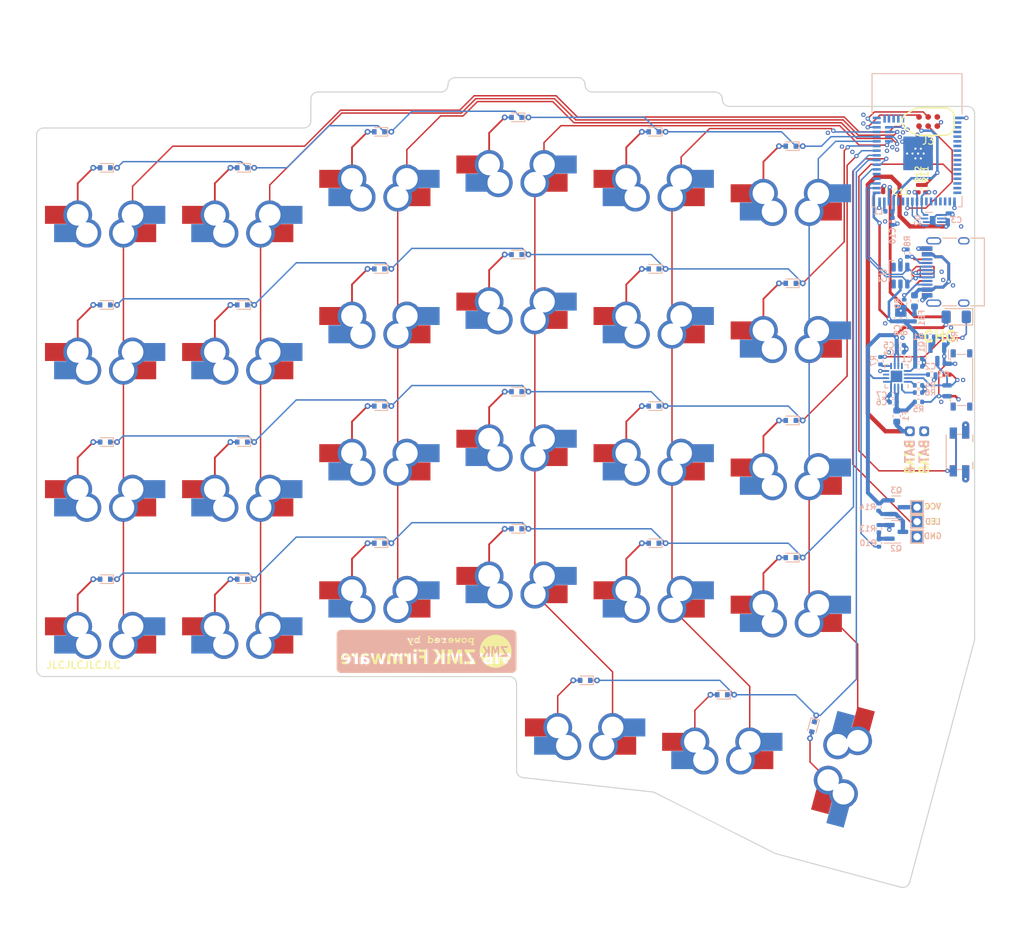
<source format=kicad_pcb>
(kicad_pcb (version 20211014) (generator pcbnew)
  (title_block (title "board") (rev "v1.0.0") (company "Unknown"))
  (layers (0 "F.Cu" signal) (1 "In1.Cu" signal) (2 "In2.Cu" signal) (31 "B.Cu" signal) (34 "B.Paste" user) (35 "F.Paste" user) (36 "B.SilkS" user "B.Silkscreen") (37 "F.SilkS" user "F.Silkscreen") (38 "B.Mask" user) (39 "F.Mask" user) (44 "Edge.Cuts" user))
  (net 0 "")
  (net 1 "+5V")
  (net 2 "GND")
  (net 3 "+BATT")
  (net 4 "VBUS")
  (net 5 "ROW1")
  (net 6 "ROW2")
  (net 7 "Net-(D3-Pad2)")
  (net 8 "ROW3")
  (net 9 "Net-(D4-Pad2)")
  (net 10 "ROW4")
  (net 11 "Net-(D5-Pad2)")
  (net 12 "Net-(D6-Pad2)")
  (net 13 "Net-(D7-Pad2)")
  (net 14 "Net-(D8-Pad2)")
  (net 15 "Net-(D9-Pad2)")
  (net 16 "Net-(D10-Pad2)")
  (net 17 "Net-(D11-Pad2)")
  (net 18 "Net-(D12-Pad2)")
  (net 19 "Net-(D13-Pad2)")
  (net 20 "Net-(D14-Pad2)")
  (net 21 "Net-(D15-Pad2)")
  (net 22 "Net-(D16-Pad2)")
  (net 23 "Net-(D17-Pad2)")
  (net 24 "ROW5")
  (net 25 "Net-(D18-Pad2)")
  (net 26 "Net-(D20-Pad2)")
  (net 27 "Net-(D21-Pad2)")
  (net 28 "Net-(D22-Pad2)")
  (net 29 "Net-(D23-Pad2)")
  (net 30 "Net-(D19-Pad2)")
  (net 31 "Net-(D25-Pad2)")
  (net 32 "Net-(D26-Pad2)")
  (net 33 "Net-(D27-Pad2)")
  (net 34 "Net-(D28-Pad2)")
  (net 35 "COL1")
  (net 36 "COL2")
  (net 37 "COL3")
  (net 38 "COL4")
  (net 39 "COL5")
  (net 40 "COL6")
  (net 42 "ALERT")
  (net 43 "SDA")
  (net 45 "SWDIO")
  (net 46 "SWDCLK")
  (net 48 "Net-(D24-Pad2)")
  (net 50 "VDDH")
  (net 51 "VBAT")
  (net 52 "/Power Management/CHG")
  (net 53 "Net-(F2-Pad2)")
  (net 54 "/USB-C/CC2")
  (net 56 "/USB-C/CC1")
  (net 58 "/Power Management/SYSOFF")
  (net 59 "/Power Management/TMR")
  (net 61 "/Power Management/ISET")
  (net 62 "/Power Management/TS")
  (net 63 "VDD")
  (net 64 "Net-(Q1-Pad1)")
  (net 65 "RESET")
  (net 67 "SCL")
  (net 71 "DCCH")
  (net 98 "LED_MOSI")
  (net 99 "Net-(R5-Pad1)")
  (net 100 "Net-(D29-Pad2)")
  (net 101 "D+")
  (net 102 "D-")
  (net 105 "Net-(D1-Pad1)")
  (net 106 "EXT_PWR")
  (net 107 "Net-(Q2-Pad1)")
  (net 108 "Net-(Q2-Pad3)")
  (net 109 "EXT_PWR_EN")
  (footprint "Athena54:MountingHole_4.3mm" (layer "F.Cu") (at 85.725 46.624999)
    (fp_text reference "H4" hide)
    (fp_text value "4.3mm")
  )
  (footprint "Athena54:D_SOD-523 (Reversible)" (layer "F.Cu") (at 76.2 12.05 180)
    (fp_text reference "D21" hide)
    (fp_text value "1N4148")
  )
  (footprint "Athena54:MXOnly-1U-Hotswap (Reversible)" (layer "F.Cu") (at 19.05 59.15 180)
    (fp_text reference "SW9")
    (fp_text value "MX Hotswap")
  )
  (footprint "Athena54:MXOnly-1U-Hotswap (Reversible)" (layer "F.Cu") (at 57.15 -5 180)
    (fp_text reference "SW14")
    (fp_text value "MX Hotswap")
  )
  (footprint "Athena54:D_SOD-523 (Reversible)" (layer "F.Cu") (at 19.05 17.050001 180)
    (fp_text reference "D8" hide)
    (fp_text value "1N4148")
  )
  (footprint "Athena54:D_SOD-523 (Reversible)" (layer "F.Cu") (at 0 17.05 180)
    (fp_text reference "D4" hide)
    (fp_text value "1N4148")
  )
  (footprint "Athena54:MXOnly-1U-Hotswap (Reversible)" (layer "F.Cu") (at 0 40.1 180)
    (fp_text reference "SW4")
    (fp_text value "MX Hotswap")
  )
  (footprint "Athena54:MXOnly-1U-Hotswap (Reversible)" (layer "F.Cu") (at 95.25 18.05 180)
    (fp_text reference "SW25")
    (fp_text value "MX Hotswap")
  )
  (footprint "Athena54:MXOnly-1U-Hotswap (Reversible)" (layer "F.Cu") (at 76.2 35.1 180)
    (fp_text reference "SW21")
    (fp_text value "MX Hotswap")
  )
  (footprint "Athena54:SW_MSK12C02-HB (Reversible)" (layer "F.Cu") (at 118.95 27.475 -90)
    (fp_text reference "SW1" hide)
    (fp_text value "POWER")
  )
  (footprint "Resistor_SMD:R_0402_1005Metric" (layer "F.Cu") (at 112.95 0.9 90)
    (fp_text reference "R12")
    (fp_text value "1K5")
  )
  (footprint "Athena54:MountingHole_4.3mm" (layer "F.Cu") (at 9.525 49.625)
    (fp_text reference "H3" hide)
    (fp_text value "4.3mm")
  )
  (footprint "Athena54:D_SOD-523 (Reversible)" (layer "F.Cu") (at 57.15 29.1 180)
    (fp_text reference "D17" hide)
    (fp_text value "1N4148")
  )
  (footprint "Athena54:D_SOD-523 (Reversible)" (layer "F.Cu") (at 95.25 52.15 180)
    (fp_text reference "D28" hide)
    (fp_text value "1N4148")
  )
  (footprint "Athena54:D_SOD-523 (Reversible)" (layer "F.Cu") (at 0 55.15 180)
    (fp_text reference "D6" hide)
    (fp_text value "1N4148")
  )
  (footprint "Athena54:D_SOD-523 (Reversible)" (layer "F.Cu") (at 0.000001 36.1 180)
    (fp_text reference "D5" hide)
    (fp_text value "1N4148")
  )
  (footprint "Athena54:MXOnly-1U-Hotswap (Reversible)" (layer "F.Cu") (at 66.675 73.2 180)
    (fp_text reference "SW18")
    (fp_text value "MX Hotswap")
  )
  (footprint "Athena54:D_SOD-523 (Reversible)" (layer "F.Cu") (at 19.05 36.100001 180)
    (fp_text reference "D9" hide)
    (fp_text value "1N4148")
  )
  (footprint "Athena54:D_SOD-523 (Reversible)" (layer "F.Cu") (at 57.15 10.05 180)
    (fp_text reference "D16" hide)
    (fp_text value "1N4148")
  )
  (footprint "Athena54:MXOnly-1U-Hotswap (Reversible)" (layer "F.Cu") (at 38.1 -3 180)
    (fp_text reference "SW10")
    (fp_text value "MX Hotswap")
  )
  (footprint "Athena54:D_SOD-523 (Reversible)" (layer "F.Cu") (at 57.15 48.15 180)
    (fp_text reference "D18" hide)
    (fp_text value "1N4148")
  )
  (footprint "Athena54:D_SOD-523 (Reversible)" (layer "F.Cu") (at 66.675 69.2 180)
    (fp_text reference "D19" hide)
    (fp_text value "1N4148")
  )
  (footprint "Athena54:D_SOD-523 (Reversible)" (layer "F.Cu") (at 76.2 -7 180)
    (fp_text reference "D20" hide)
    (fp_text value "1N4148")
  )
  (footprint "Athena54:MXOnly-1U-Hotswap (Reversible)" (layer "F.Cu") (at 19.05 2 180)
    (fp_text reference "SW6")
    (fp_text value "MX Hotswap")
  )
  (footprint "Athena54:MXOnly-1U-Hotswap (Reversible)" (layer "F.Cu") (at 38.1 16.05 180)
    (fp_text reference "SW11")
    (fp_text value "MX Hotswap")
  )
  (footprint "Athena54:Panasonic_EVQPUL_EVQPUC (Reversible)" (layer "F.Cu") (at 118.675 37.475 -90)
    (fp_text reference "SW29" hide)
    (fp_text value "RESET" hide)
  )
  (footprint "Athena54:D_SOD-523 (Reversible)" (layer "F.Cu") (at 57.15 -9 180)
    (fp_text reference "D15" hide)
    (fp_text value "1N4148")
  )
  (footprint "Athena54:D_SOD-523 (Reversible)" (layer "F.Cu") (at 38.099999 12.05 180)
    (fp_text reference "D12" hide)
    (fp_text value "1N4148")
  )
  (footprint "Athena54:MXOnly-1U-Hotswap (Reversible)" (layer "F.Cu") (at 95.25 -1 180)
    (fp_text reference "SW24")
    (fp_text value "MX Hotswap")
  )
  (footprint "Athena54:MXOnly-1U-Hotswap (Reversible)" (layer "F.Cu") (at 95.25 56.15 180)
    (fp_text reference "SW27")
    (fp_text value "MX Hotswap")
  )
  (footprint "Athena54:MXOnly-1U-Hotswap (Reversible)" (layer "F.Cu") (at 19.05 40.1 180)
    (fp_text reference "SW8")
    (fp_text value "MX Hotswap")
  )
  (footprint "Athena54:D_SOD-523 (Reversible)" (layer "F.Cu") (at 76.2 31.1 180)
    (fp_text reference "D22" hide)
    (fp_text value "1N4148")
  )
  (footprint "Athena54:MXOnly-1U-Hotswap (Reversible)" (layer "F.Cu") (at 0 59.15 180)
    (fp_text reference "SW5")
    (fp_text value "MX Hotswap")
  )
  (footprint "Athena54:MXOnly-1U-Hotswap (Reversible)" (layer "F.Cu") (at 76.2 -3 180)
    (fp_text reference "SW19")
    (fp_text value "MX Hotswap")
  )
  (footprint "Athena54:MXOnly-1U-Hotswap (Reversible)" (layer "F.Cu") (at 85.725 75.2 180)
    (fp_text reference "SW23")
    (fp_text value "MX Hotswap")
  )
  (footprint "Athena54:MXOnly-1U-Hotswap (Reversible)" (layer "F.Cu") (at 57.15 33.099999 180)
    (fp_text reference "SW16")
    (fp_text value "MX Hotswap")
  )
  (footprint "Athena54:MXOnly-1U-Hotswap (Reversible)" (layer "F.Cu") (at 19.05 21.049999 180)
    (fp_text reference "SW7")
    (fp_text value "MX Hotswap")
  )
  (footprint "Athena54:D_SOD-523 (Reversible)" (layer "F.Cu") (at 0 -2 180)
    (fp_text reference "D3" hide)
    (fp_text value "1N4148")
  )
  (footprint "Athena54:MXOnly-1U-Hotswap (Reversible)" (layer "F.Cu") (at 76.2 16.05 180)
    (fp_text reference "SW20")
    (fp_text value "MX Hotswap")
  )
  (footprint "Athena54:D_SOD-523 (Reversible)" (layer "F.Cu") (at 76.2 50.15 180)
    (fp_text reference "D23" hide)
    (fp_text value "1N4148")
  )
  (footprint "Athena54:MXOnly-1U-Hotswap (Reversible)" (layer "F.Cu") (at 57.150002 14.05 180)
    (fp_text reference "SW15")
    (fp_text value "MX Hotswap")
  )
  (footprint "Athena54:MXOnly-1U-Hotswap (Reversible)" (layer "F.Cu") (at 95.25 37.1 180)
    (fp_text reference "SW26")
    (fp_text value "MX Hotswap")
  )
  (footprint "Athena54:Powered_By_ZMK (Large)" (layer "F.Cu") (at 44.65 65.175)
    (fp_text reference "G1" hide)
    (fp_text value "LOGO" hide)
  )
  (footprint "Athena54:D_SOD-523 (Reversible)" (layer "F.Cu") (at 38.1 31.1 180)
    (fp_text reference "D13" hide)
    (fp_text value "1N4148")
  )
  (footprint "Capacitor_SMD:C_0402_1005Metric" (layer "F.Cu") (at 108.55 1.35 180)
    (fp_text reference "C11")
    (fp_text value "100nF")
  )
  (footprint "Athena54:MountingHole_4.3mm" (layer "F.Cu") (at 100.475 68.575 90)
    (fp_text reference "H5" hide)
    (fp_text value "4.3mm")
  )
  (footprint "Athena54:D_SOD-523 (Reversible)" (layer "F.Cu") (at 19.05 -2 180)
    (fp_text reference "D7" hide)
    (fp_text value "1N4148")
  )
  (footprint "Athena54:D_SOD-523 (Reversible)" (layer "F.Cu") (at 95.25 14.05 180)
    (fp_text reference "D26" hide)
    (fp_text value "1N4148")
  )
  (footprint "Athena54:D_SOD-523 (Reversible)" (layer "F.Cu") (at 38.1 50.15 180)
    (fp_text reference "D14" hide)
    (fp_text value "1N4148")
  )
  (footprint "Athena54:D_SOD-523 (Reversible)" (layer "F.Cu") (at 95.25 -5 180)
    (fp_text reference "D25" hide)
    (fp_text value "1N4148")
  )
  (footprint "Athena54:MXOnly-1U-Hotswap (Reversible)" (layer "F.Cu") (at 57.15 52.15 180)
    (fp_text reference "SW17")
    (fp_text value "MX Hotswap")
  )
  (footprint "Athena54:MountingHole_4.3mm" (layer "F.Cu") (at 9.525 11.525)
    (fp_text reference "H1" hide)
    (fp_text value "4.3mm")
  )
  (footprint "Resistor_SMD:R_0402_1005Metric" (layer "F.Cu") (at 113.95 0.9 90)
    (fp_text reference "R11")
    (fp_text value "1K5")
  )
  (footprint "Athena54:USB_C_Receptacle_HRO_TYPE-C-31-M-12 (Reversible)" (layer "F.Cu") (at 118.225 12.475 90)
    (fp_text reference "J2" hide)
    (fp_text value "HRO_TYPE-C-31-M-12")
  )
  (footprint "Athena54:MXOnly-1U-Hotswap (Reversible)" (layer "F.Cu") (at 76.2 54.15 180)
    (fp_text reference "SW22")
    (fp_text value "MX Hotswap")
  )
  (footprint "Athena54:D_SOD-523 (Reversible)" (layer "F.Cu") (at 98.341944 75.656925 -105)
    (fp_text reference "D29" hide)
    (fp_text value "1N4148")
  )
  (footprint "Athena54:D_SOD-523 (Reversible)" (layer "F.Cu") (at 19.05 55.15 180)
    (fp_text reference "D10" hide)
    (fp_text value "1N4148")
  )
  (footprint "Athena54:MXOnly-1U-Hotswap (Reversible)" (layer "F.Cu") (at 0 2 180)
    (fp_text reference "SW2")
    (fp_text value "MX Hotswap")
  )
  (footprint "Athena54:MXOnly-1U-Hotswap (Reversible)" (layer "F.Cu") (at 0 21.05 180)
    (fp_text reference "SW3")
    (fp_text value "MX Hotswap")
  )
  (footprint "Athena54:LED_1206_3216Metric (Reversible)" (layer "F.Cu") (at 118.225 18.705 180)
    (fp_text reference "D1" hide)
    (fp_text value "CHG")
  )
  (footprint "Athena54:D_SOD-523 (Reversible)" (layer "F.Cu") (at 95.25 33.1 180)
    (fp_text reference "D27" hide)
    (fp_text value "1N4148")
  )
  (footprint "Athena54:MXOnly-1U-Hotswap (Reversible)" (layer "F.Cu") (at 38.1 35.1 180)
    (fp_text reference "SW12")
    (fp_text value "MX Hotswap")
  )
  (footprint "Athena54:MountingHole_4.3mm" (layer "F.Cu") (at 85.725 8.525)
    (fp_text reference "H2" hide)
    (fp_text value "4.3mm")
  )
  (footprint "Athena54:D_SOD-523 (Reversible)" (layer "F.Cu") (at 38.1 -7 180)
    (fp_text reference "D11" hide)
    (fp_text value "1N4148")
  )
  (footprint "Athena54:MXOnly-1U-Hotswap (Reversible)" (layer "F.Cu") (at 38.1 54.15 180)
    (fp_text reference "SW13")
    (fp_text value "MX Hotswap")
  )
  (footprint "marbastlib-various:CON_TC2030_outlined" (layer "F.Cu") (at 114.325 -8.425)
    (fp_text reference "J3")
    (fp_text value "JTAG_TC2030")
  )
  (footprint "Athena54:D_SOD-523 (Reversible)" (layer "F.Cu") (at 85.725 71.2 180)
    (fp_text reference "D24" hide)
    (fp_text value "1N4148")
  )
  (footprint "Inductor_SMD:L_0402_1005Metric" (layer "B.Cu") (at 108.875 4.05)
    (fp_text reference "L1")
    (fp_text value "NC")
  )
  (footprint "Inductor_SMD:L_0402_1005Metric" (layer "B.Cu") (at 112.425 18.855 -90)
    (fp_text reference "FB1")
    (fp_text value "120@100MHz")
  )
  (footprint "Capacitor_SMD:C_0402_1005Metric" (layer "B.Cu") (at 110.45 23.65)
    (fp_text reference "C4")
    (fp_text value "4.7uF")
  )
  (footprint "Resistor_SMD:R_0402_1005Metric" (layer "B.Cu") (at 107.475 48.125001 -90)
    (fp_text reference "R13")
    (fp_text value "10K")
  )
  (footprint "Fuse:Fuse_0603_1608Metric" (layer "B.Cu") (at 112.425 16.5 -90)
    (fp_text reference "F2" hide)
    (fp_text value "500mA")
  )
  (footprint "marbastlib-various:SOT-23-6-routable" (layer "B.Cu") (at 110.475 12.975 -90)
    (fp_text reference "U3")
    (fp_text value "SRV05-4")
  )
  (footprint "Athena54:LED Header" (layer "B.Cu") (at 112.775 47.15 180)
    (fp_text reference "J4" hide)
    (fp_text value "RGB")
  )
  (footprint "Resistor_SMD:R_0402_1005Metric" (layer "B.Cu") (at 112.975 29.225 180)
    (fp_text reference "R6")
    (fp_text value "10K")
  )
  (footprint "Resistor_SMD:R_0402_1005Metric" (layer "B.Cu") (at 114.825 26.725 180)
    (fp_text reference "R3")
    (fp_text value "RTMR")
  )
  (footprint "Resistor_SMD:R_0402_1005Metric" (layer "B.Cu") (at 112.975 30.525 180)
    (fp_text reference "R5")
    (fp_text value "100K")
  )
  (footprint "Capacitor_SMD:C_0402_1005Metric" (layer "B.Cu") (at 109.475 30.565 180)
    (fp_text reference "C6")
    (fp_text value "4.7uF")
  )
  (footprint "Resistor_SMD:R_0402_1005Metric" (layer "B.Cu") (at 114.6 21.475001)
    (fp_text reference "R1")
    (fp_text value "100")
  )
  (footprint "Fuse:Fuse_0603_1608Metric" (layer "B.Cu") (at 109.950001 32.5 -90)
    (fp_text reference "F1")
    (fp_text value "500mA")
  )
  (footprint "Capacitor_SMD:C_0402_1005Metric" (layer "B.Cu") (at 110.45 22.65)
    (fp_text reference "C5")
    (fp_text value "1uF")
  )
  (footprint "Resistor_SMD:R_0402_1005Metric" (layer "B.Cu") (at 107.7 24.8 90)
    (fp_text reference "R7")
    (fp_text value "1K5")
  )
  (footprint "Resistor_SMD:R_0402_1005Metric" (layer "B.Cu") (at 107.475 50.125 90)
    (fp_text reference "R10")
    (fp_text value "100R")
  )
  (footprint "Package_TO_SOT_SMD:SOT-23" (layer "B.Cu") (at 115.6 23.925 -90)
    (fp_text reference "Q1")
    (fp_text value "2N7002")
  )
  (footprint "Athena54:MS88SF3" (layer "B.Cu") (at 112.775 -5.825 180)
    (fp_text reference "U4" hide)
    (fp_text value "MS88SF3")
  )
  (footprint "Resistor_SMD:R_0402_1005Metric" (layer "B.Cu") (at 112.975 28.225 180)
    (fp_text reference "R4")
    (fp_text value "RSET")
  )
  (footprint "Package_DFN_QFN:VQFN-16-1EP_3x3mm_P0.5mm_EP1.6x1.6mm" (layer "B.Cu") (at 109.925 26.975 90)
    (fp_text reference "U1" hide)
    (fp_text value "BQ24075RGT")
  )
  (footprint "Athena54:Powered_By_ZMK (Large)" (layer "B.Cu") (at 44.65 65.175 180)
    (fp_text reference "G2" hide)
    (fp_text value "LOGO" hide)
  )
  (footprint "Athena54:MXOnly-1.5U-Hotswap (Reversible)" (layer "B.Cu") (at 106 81.925 -105)
    (fp_text reference "SW28")
    (fp_text value "MX Hotswap")
  )
  (footprint "Athena54:Battery Header" (layer "B.Cu") (at 112.775 34.6 -90)
    (fp_text reference "J1" hide)
    (fp_text value "BATT")
  )
  (footprint "Capacitor_SMD:C_0402_1005Metric" (layer "B.Cu") (at 109.475 29.565 180)
    (fp_text reference "C7")
    (fp_text value "1uF")
  )
  (footprint "Capacitor_SMD:C_0402_1005Metric" (layer "B.Cu") (at 111 18.85 -90)
    (fp_text reference "C8")
    (fp_text value "4.7uF")
  )
  (footprint "Capacitor_SMD:C_0402_1005Metric" (layer "B.Cu") (at 113 25.6 180)
    (fp_text reference "C2")
    (fp_text value "1uF")
  )
  (footprint "Package_TO_SOT_SMD:SOT-23" (layer "B.Cu") (at 109.875 45.15)
    (fp_text reference "Q3")
    (fp_text value "AO3407")
  )
  (footprint "Capacitor_SMD:C_0402_1005Metric" (layer "B.Cu") (at 110.05 18.85 -90)
    (fp_text reference "C9")
    (fp_text value "1uF")
  )
  (footprint "Capacitor_SMD:C_0402_1005Metric" (layer "B.Cu") (at 113 24.55)
    (fp_text reference "C1")
    (fp_text value "4.7uF")
  )
  (footprint "Resistor_SMD:R_0402_1005Metric" (layer "B.Cu") (at 111.425 9.85 -90)
    (fp_text reference "R8")
    (fp_text value "5K1")
  )
  (footprint "Resistor_SMD:R_0402_1005Metric" (layer "B.Cu") (at 107.425 45.125 90)
    (fp_text reference "R14")
    (fp_text value "10K")
  )
  (footprint "Resistor_SMD:R_0402_1005Metric" (layer "B.Cu") (at 116.6 21.474999 180)
    (fp_text reference "R2")
    (fp_text value "10K")
  )
  (footprint "Capacitor_SMD:C_0402_1005Metric" (layer "B.Cu") (at 109.375 5.45 -90)
    (fp_text reference "C10")
    (fp_text value "4.7uF")
  )
  (footprint "Resistor_SMD:R_0402_1005Metric" (layer "B.Cu") (at 111 16.825 -90)
    (fp_text reference "R9")
    (fp_text value "5K1")
  )
  (footprint "Package_TO_SOT_SMD:SOT-23" (layer "B.Cu") (at 109.875 48.575)
    (fp_text reference "Q2")
    (fp_text value "2N7002")
  )
  (footprint "Capacitor_SMD:C_0402_1005Metric" (layer "B.Cu") (at 117.05 4.82 90)
    (fp_text reference "C3")
    (fp_text value "100nF")
  )
  (footprint "Package_DFN_QFN:TDFN-8-1EP_2x2mm_P0.5mm_EP0.8x1.2mm" (layer "B.Cu") (at 114.95 5.3 180)
    (fp_text reference "U2")
    (fp_text value "MAX17048")
  )
  (gr_line (start 93.101679 93.260414) (end 76.199999 84.725) (layer "Edge.Cuts") (width 0.15))
  (gr_arc (start 56.150001 68.675) (mid 56.857108 68.967893) (end 57.150001 69.675) (layer "Edge.Cuts") (width 0.15))
  (gr_line (start 67.675 -12.525) (end 84.725 -12.525) (layer "Edge.Cuts") (width 0.15))
  (gr_line (start 56.150001 68.675) (end -8.525 68.674999) (layer "Edge.Cuts") (width 0.15))
  (gr_line (start 27.567894 -7.525) (end -8.525 -7.525) (layer "Edge.Cuts") (width 0.15))
  (gr_arc (start 65.675 -14.525) (mid 66.382107 -14.232107) (end 66.675 -13.525) (layer "Edge.Cuts") (width 0.15))
  (gr_arc (start 86.725 -10.525) (mid 86.017893 -10.817893) (end 85.725 -11.525) (layer "Edge.Cuts") (width 0.15))
  (gr_arc (start 58.15 82.725) (mid 57.442893 82.432107) (end 57.15 81.725) (layer "Edge.Cuts") (width 0.15))
  (gr_arc (start 28.575 -11.525) (mid 28.867893 -12.232107) (end 29.575 -12.525) (layer "Edge.Cuts") (width 0.15))
  (gr_line (start -9.525 67.675) (end -9.525 -6.525) (layer "Edge.Cuts") (width 0.15))
  (gr_line (start 46.625 -12.525) (end 29.575 -12.525) (layer "Edge.Cuts") (width 0.15))
  (gr_arc (start 47.625 -13.525) (mid 47.917893 -14.232107) (end 48.625 -14.525) (layer "Edge.Cuts") (width 0.15))
  (gr_arc (start -8.525 68.674999) (mid -9.232106 68.382106) (end -9.525 67.675) (layer "Edge.Cuts") (width 0.15))
  (gr_arc (start 28.567893 -8.525) (mid 28.275 -7.817896) (end 27.567894 -7.525) (layer "Edge.Cuts") (width 0.15))
  (gr_arc (start 119.775 -10.525) (mid 120.482107 -10.232107) (end 120.775 -9.525) (layer "Edge.Cuts") (width 0.15))
  (gr_line (start 57.15 81.725) (end 57.150001 69.675) (layer "Edge.Cuts") (width 0.15))
  (gr_line (start 93.101679 93.260414) (end 110.53664 97.932098) (layer "Edge.Cuts") (width 0.15))
  (gr_arc (start 47.625 -13.525) (mid 47.332107 -12.817893) (end 46.625 -12.525) (layer "Edge.Cuts") (width 0.15))
  (gr_line (start 86.725 -10.525) (end 119.775 -10.525) (layer "Edge.Cuts") (width 0.15))
  (gr_arc (start 111.761384 97.224991) (mid 111.295459 97.832197) (end 110.53664 97.932098) (layer "Edge.Cuts") (width 0.15))
  (gr_line (start 65.675 -14.525) (end 48.625 -14.525) (layer "Edge.Cuts") (width 0.15))
  (gr_line (start 28.575 -11.525) (end 28.567893 -8.525) (layer "Edge.Cuts") (width 0.15))
  (gr_line (start 76.199999 84.725) (end 58.15 82.725) (layer "Edge.Cuts") (width 0.15))
  (gr_arc (start 84.725 -12.525) (mid 85.432107 -12.232107) (end 85.725 -11.525) (layer "Edge.Cuts") (width 0.15))
  (gr_line (start 120.775 -9.525) (end 120.775 63.575) (layer "Edge.Cuts") (width 0.15))
  (gr_arc (start 67.675 -12.525) (mid 66.967893 -12.817893) (end 66.675 -13.525) (layer "Edge.Cuts") (width 0.15))
  (gr_line (start 120.775 63.575) (end 111.761384 97.224991) (layer "Edge.Cuts") (width 0.15))
  (gr_arc (start -9.525 -6.525) (mid -9.232107 -7.232107) (end -8.525 -7.525) (layer "Edge.Cuts") (width 0.15))
  (gr_text "JLCJLCJLCJLC" (at -8.275 67.075) (layer "F.SilkS") (effects (font (size 1 1) (thickness 0.2)) (justify left)))
  (segment (start 107.575 5.675) (end 107.575 17.705) (width 0.35) (layer "F.Cu") (net 1))
  (segment (start 107.575 17.705) (end 108.875 19.005) (width 0.35) (layer "F.Cu") (net 1))
  (via (at 107.575 5.675) (size 0.6) (drill 0.3) (layers "F.Cu" "B.Cu") (net 1))
  (via (at 108.875 19.005) (size 0.6) (drill 0.3) (layers "F.Cu" "B.Cu") (net 1))
  (segment (start 112.415 19.33) (end 112.425 19.34) (width 0.56) (layer "B.Cu") (net 1))
  (segment (start 106.775 1.725) (end 106.775 4.875) (width 0.35) (layer "B.Cu") (net 1))
  (segment (start 112.52 20.895) (end 113.1 21.475) (width 0.56) (layer "B.Cu") (net 1))
  (segment (start 108.875 16.605) (end 110.475 15.005) (width 0.35) (layer "B.Cu") (net 1))
  (segment (start 111.3625 26.225) (end 111.895 26.225) (width 0.25) (layer "B.Cu") (net 1))
  (segment (start 108.875 19.005) (end 108.875 16.605) (width 0.35) (layer "B.Cu") (net 1))
  (segment (start 111.895 26.225) (end 112.520001 25.6) (width 0.25) (layer "B.Cu") (net 1))
  (segment (start 110.475 15.005) (end 110.475 14.15) (width 0.35) (layer "B.Cu") (net 1))
  (segment (start 112.52 20.85) (end 112.52 20.895) (width 0.56) (layer "B.Cu") (net 1))
  (segment (start 107.025 1.475) (end 106.775 1.725) (width 0.35) (layer "B.Cu") (net 1))
  (segment (start 113.1 21.475) (end 114.090001 21.475) (width 0.56) (layer "B.Cu") (net 1))
  (segment (start 110.05 19.33) (end 109.2 19.329999) (width 0.52) (layer "B.Cu") (net 1))
  (segment (start 106.775 4.875) (end 107.575 5.675) (width 0.35) (layer "B.Cu") (net 1))
  (segment (start 112.52 24.55) (end 112.520001 25.6) (width 0.56) (layer "B.Cu") (net 1))
  (segment (start 111 19.33) (end 112.52 20.85) (width 0.56) (layer "B.Cu") (net 1))
  (segment (start 112.52 20.85) (end 112.52 24.55) (width 0.56) (layer "B.Cu") (net 1))
  (segment (start 109.2 19.329999) (end 108.875 19.005) (width 0.52) (layer "B.Cu") (net 1))
  (segment (start 111 19.33) (end 110.05 19.33) (width 0.56) (layer "B.Cu") (net 1))
  (segment (start 111 19.33) (end 112.415 19.33) (width 0.56) (layer "B.Cu") (net 1))
  (segment (start 113.53 16.375) (end 114.18 15.725) (width 0.6) (layer "F.Cu") (net 2))
  (segment (start 108.218245 0.532481) (end 108.07 0.680726) (width 0.56) (layer "F.Cu") (net 2))
  (segment (start 119.525 33.725) (end 119.525 34.85) (width 1) (layer "F.Cu") (net 2))
  (segment (start 113.525 16.375) (end 113.53 16.375) (width 0.6) (layer "F.Cu") (net 2))
  (segment (start 116.107577 -8.328511) (end 116.107577 -8.302577) (width 0.2) (layer "F.Cu") (net 2))
  (segment (start 117.295 29.725) (end 118.099463 29.725) (width 0.35) (layer "F.Cu") (net 2))
  (segment (start 108.07 0.680726) (end 108.07 1.35) (width 0.56) (layer "F.Cu") (net 2))
  (segment (start 116.107577 -8.302577) (end 115.595001 -7.79) (width 0.2) (layer "F.Cu") (net 2))
  (segment (start 114.18 9.225) (end 112.975 9.225) (width 0.6) (layer "F.Cu") (net 2))
  (segment (start 118.099463 29.725) (end 118.536805 30.162342) (width 0.35) (layer "F.Cu") (net 2))
  (segment (start 119.525 40.1) (end 119.525 41.225) (width 1) (layer "F.Cu") (net 2))
  (via (at 119.525 33.725) (size 0.6) (drill 0.3) (layers "F.Cu" "B.Cu") (net 2))
  (via (at 116.195024 12.452621) (size 0.6) (drill 0.3) (layers "F.Cu" "B.Cu") (net 2))
  (via (at 117.975 3.575) (size 0.6) (drill 0.3) (layers "F.Cu" "B.Cu") (net 2))
  (via (at 103.8 -4.2) (size 0.6) (drill 0.3) (layers "F.Cu" "B.Cu") (net 2))
  (via (at 110.05 5.75) (size 0.6) (drill 0.3) (layers "F.Cu" "B.Cu") (net 2))
  (via (at 105.323313 -8.151476) (size 0.6) (drill 0.3) (layers "F.Cu" "B.Cu") (net 2))
  (via (at 108.865334 23.6505) (size 0.6) (drill 0.3) (layers "F.Cu" "B.Cu") (net 2))
  (via (at 110.95 9.349999) (size 0.6) (drill 0.3) (layers "F.Cu" "B.Cu") (net 2))
  (via (at 110.475 10.855) (size 0.6) (drill 0.3) (layers "F.Cu" "B.Cu") (net 2))
  (via (at 116.107577 -8.328511) (size 0.6) (drill 0.3) (layers "F.Cu" "B.Cu") (net 2))
  (via (at 111.65 1.399045) (size 0.6) (drill 0.3) (layers "F.Cu" "B.Cu") (net 2))
  (via (at 117.772555 14.336161) (size 0.6) (drill 0.3) (layers "F.Cu" "B.Cu") (net 2))
  (via (at 119.525 41.225) (size 0.6) (drill 0.3) (layers "F.Cu" "B.Cu") (net 2))
  (via (at 119.625 -8.925) (size 0.6) (drill 0.3) (layers "F.Cu" "B.Cu") (net 2))
  (via (at 117.699999 4.5) (size 0.6) (drill 0.3) (layers "F.Cu" "B.Cu") (net 2))
  (via (at 100.397491 -6.8505) (size 0.6) (drill 0.3) (layers "F.Cu" "B.Cu") (net 2))
  (via (at 112.55 -4.65) (size 0.6) (drill 0.3) (layers "F.Cu" "B.Cu") (net 2))
  (via (at 111.468833 -7.296096) (size 0.6) (drill 0.3) (layers "F.Cu" "B.Cu") (net 2))
  (via (at 113.3 -4.65) (size 0.6) (drill 0.3) (layers "F.Cu" "B.Cu") (net 2))
  (via (at 116.55 24.2) (size 0.6) (drill 0.3) (layers "F.Cu" "B.Cu") (net 2))
  (via (at 108.218245 0.532481) (size 0.6) (drill 0.3) (layers "F.Cu" "B.Cu") (net 2))
  (via (at 115.249503 1.4) (size 0.6) (drill 0.3) (layers "F.Cu" "B.Cu") (net 2))
  (via (at 113.75 25.05) (size 0.6) (drill 0.3) (layers "F.Cu" "B.Cu") (net 2))
  (via (at 113.525 16.375) (size 0.6) (drill 0.3) (layers "F.Cu" "B.Cu") (net 2))
  (via (at 110.733648 -5.628834) (size 0.6) (drill 0.3) (layers "F.Cu" "B.Cu") (net 2))
  (via (at 112.15 -3.975) (size 0.6) (drill 0.3) (layers "F.Cu" "B.Cu") (net 2))
  (via (at 112.55 -3.3) (size 0.6) (drill 0.3) (layers "F.Cu" "B.Cu") (net 2))
  (via (at 118.536805 30.162342) (size 0.6) (drill 0.3) (layers "F.Cu" "B.Cu") (net 2))
  (via (at 119.174503 27.475) (size 0.6) (drill 0.3) (layers "F.Cu" "B.Cu") (net 2))
  (via (at 105.329178 -9.358104) (size 0.6) (drill 0.3) (layers "F.Cu" "B.Cu") (net 2))
  (via (at 110.000006 -4.514244) (size 0.6) (drill 0.3) (layers "F.Cu" "B.Cu") (net 2))
  (via (at 115.125 27.475) (size 0.6) (drill 0.3) (layers "F.Cu" "B.Cu") (net 2))
  (via (at 116.134178 30.516703) (size 0.6) (drill 0.3) (layers "F.Cu" "B.Cu") (net 2))
  (via (at 107.67638 26.231787) (size 0.6) (drill 0.3) (layers "F.Cu" "B.Cu") (net 2))
  (via (at 110.38612 -6.261702) (size 0.6) (drill 0.3) (layers "F.Cu" "B.Cu") (net 2))
  (via (at 108.925 48.275) (size 0.6) (drill 0.3) (layers "F.Cu" "B.Cu") (net 2))
  (via (at 111.4 -3.975) (size 0.6) (drill 0.3) (layers "F.Cu" "B.Cu") (net 2))
  (via (at 110.749503 21.6) (size 0.6) (drill 0.3) (layers "F.Cu" "B.Cu") (net 2))
  (via (at 116.405377 13.585378) (size 0.6) (drill 0.3) (layers "F.Cu" "B.Cu") (net 2))
  (via (at 110.822361 -6.916373) (size 0.6) (drill 0.3) (layers "F.Cu" "B.Cu") (net 2))
  (via (at 109.343438 -4.855886) (size 0.6) (drill 0.3) (layers "F.Cu" "B.Cu") (net 2))
  (via (at 102.355795 -4.941892) (size 0.6) (drill 0.3) (layers "F.Cu" "B.Cu") (net 2))
  (via (at 110.525 17.85) (size 0.6) (drill 0.3) (layers "F.Cu" "B.Cu") (net 2))
  (via (at 112.925 -3.975) (size 0.6) (drill 0.3) (layers "F.Cu" "B.Cu") (net 2))
  (via (at 108.343741 5.455361) (size 0.6) (drill 0.3) (layers "F.Cu" "B.Cu") (net 2))
  (via (at 108.356827 19.613853) (size 0.6) (drill 0.3) (layers "F.Cu" "B.Cu") (net 2))
  (via (at 111.256092 4.375631) (size 0.6) (drill 0.3) (layers "F.Cu" "B.Cu") (net 2))
  (via (at 113.3 -3.3) (size 0.6) (drill 0.3) (layers "F.Cu" "B.Cu") (net 2))
  (via (at 111.3 23.15) (size 0.6) (drill 0.3) (layers "F.Cu" "B.Cu") (net 2))
  (via (at 112.834667 -6.584667) (size 0.6) (drill 0.3) (layers "F.Cu" "B.Cu") (net 2))
  (via (at 117.495337 20.194603) (size 0.6) (drill 0.3) (layers "F.Cu" "B.Cu") (net 2))
  (via (at 108.625 30.065) (size 0.6) (drill 0.3) (layers "F.Cu" "B.Cu") (net 2))
  (via (at 107.525 3.575) (size 0.6) (drill 0.3) (layers "F.Cu" "B.Cu") (net 2))
  (via (at 108.6 -4.350497) (size 0.6) (drill 0.3) (layers "F.Cu" "B.Cu") (net 2))
  (via (at 118.0745 25.225) (size 0.6) (drill 0.3) (layers "F.Cu" "B.Cu") (net 2))
  (via (at 113.7 -3.975) (size 0.6) (drill 0.3) (layers "F.Cu" "B.Cu") (net 2))
  (via (at 118.8995 6.15) (size 0.6) (drill 0.3) (layers "F.Cu" "B.Cu") (net 2))
  (via (at 112.975 9.225) (size 0.6) (drill 0.3) (layers "F.Cu" "B.Cu") (net 2))
  (via (at 113.875 28.725001) (size 0.6) (drill 0.3) (layers "F.Cu" "B.Cu") (net 2))
  (segment (start 117.64 4.34) (end 117.05 4.34) (width 0.56) (layer "B.Cu") (net 2))
  (segment (start 116.55 24.2) (end 116.55 24.85) (width 0.4) (layer "B.Cu") (net 2))
  (segment (start 116.55 24.85) (end 116.925 25.225) (width 0.4) (layer "B.Cu") (net 2))
  (segment (start 111.3 23.15) (end 111.3 23.02) (width 0.54) (layer "B.Cu") (net 2))
  (segment (start 119.525 41.225) (end 119.525 40.1) (width 1) (layer "B.Cu") (net 2))
  (segment (start 117.7 4.4) (end 117.64 4.34) (width 0.56) (layer "B.Cu") (net 2))
  (segment (start 108.9375 48.2625) (end 108.925 48.275) (width 0.54) (layer "B.Cu") (net 2))
  (segment (start 107.67638 26.231787) (end 107.683168 26.225) (width 0.25) (layer "B.Cu") (net 2))
  (segment (start 107.683168 26.225) (end 108.4875 26.225) (width 0.25) (layer "B.Cu") (net 2))
  (segment (start 113.75 25.05) (end 113.749999 24.82) (width 0.56) (layer "B.Cu") (net 2))
  (segment (start 110.96 9.34) (end 111.425 9.34) (width 0.5) (layer "B.Cu") (net 2))
  (segment (start 111.3 23.02) (end 110.93 22.65) (width 0.54) (layer "B.Cu") (net 2))
  (segment (start 110.05 5.75) (end 109.869999 5.93) (width 0.35) (layer "B.Cu") (net 2))
  (segment (start 119.525 34.85) (end 119.525 33.725) (width 1) (layer "B.Cu") (net 2))
  (segment (start 113.875 28.615) (end 113.485 28.225) (width 0.54) (layer "B.Cu") (net 2))
  (segment (start 108.9375 47.625) (end 107.485 47.624999) (width 0.54) (layer "B.Cu") (net 2))
  (segment (start 115.125 27.475) (end 115.335 27.265) (width 0.54) (layer "B.Cu") (net 2))
  (segment (start 117.699999 4.5) (end 117.7 4.4) (width 0.56) (layer "B.Cu") (net 2))
  (segment (start 108.9375 47.625) (end 108.9375 48.2625) (width 0.54) (layer "B.Cu") (net 2))
  (segment (start 108.625 30.195) (end 108.995 30.565) (width 0.56) (layer "B.Cu") (net 2))
  (segment (start 116.55 22.9875) (end 117.11 22.4275) (width 0.4) (layer "B.Cu") (net 2))
  (segment (start 110.95 9.349999) (end 110.96 9.34) (width 0.5) (layer "B.Cu") (net 2))
  (segment (start 107.485 47.624999) (end 107.475 47.615) (width 0.54) (layer "B.Cu") (net 2))
  (segment (start 116.55 24.2) (end 116.55 22.9875) (width 0.4) (layer "B.Cu") (net 2))
  (segment (start 108.625 30.065) (end 108.625 29.935) (width 0.56) (layer "B.Cu") (net 2))
  (segment (start 113.75 25.33) (end 113.48 25.6) (width 0.56) (layer "B.Cu") (net 2))
  (segment (start 117.975 2.675) (end 117.975 3.575) (width 0.35) (layer "B.Cu") (net 2))
  (segment (start 113.749999 24.82) (end 113.48 24.55) (width 0.56) (layer "B.Cu") (net 2))
  (segment (start 109.175 28.4125) (end 109.175 29.115) (width 0.25) (layer "B.Cu") (net 2))
  (segment (start 115.9375 6.05) (end 115.502672 6.05) (width 0.25) (layer "B.Cu") (net 2))
  (segment (start 108.625 29.935) (end 108.995001 29.565) (width 0.56) (layer "B.Cu") (net 2))
  (segment (start 108.4875 27.725) (end 109.175 27.725) (width 0.25) (layer "B.Cu") (net 2))
  (segment (start 107.575 3.525) (end 107.575 2.675) (width 0.35) (layer "B.Cu") (net 2))
  (segment (start 115.9375 4.55) (end 116.84 4.55) (width 0.25) (layer "B.Cu") (net 2))
  (segment (start 109.175 28.4125) (end 109.175 27.725) (width 0.25) (layer "B.Cu") (net 2))
  (segment (start 116.84 4.55) (end 117.05 4.34) (width 0.25) (layer "B.Cu") (net 2))
  (segment (start 111.3 23.15) (end 111.3 23.280001) (width 0.54) (layer "B.Cu") (net 2))
  (segment (start 109.175 27.725) (end 109.925 26.975) (width 0.25) (layer "B.Cu") (net 2))
  (segment (start 111.3 23.280001) (end 110.93 23.65) (width 0.54) (layer "B.Cu") (net 2))
  (segment (start 114.95 5.102671) (end 115.502673 4.55) (width 0.25) (layer "B.Cu") (net 2))
  (segment (start 107.525 3.575) (end 107.575 3.525) (width 0.35) (layer "B.Cu") (net 2))
  (segment (start 113.9625 5.55) (end 114.7 5.55) (width 0.25) (layer "B.Cu") (net 2))
  (segment (start 115.502672 6.05) (end 114.95 5.497328) (width 0.25) (layer "B.Cu") (net 2))
  (segment (start 115.335 27.265) (end 115.335 26.725) (width 0.54) (layer "B.Cu") (net 2))
  (segment (start 113.75 25.05) (end 113.75 25.33) (width 0.56) (layer "B.Cu") (net 2))
  (segment (start 113.525 16.375) (end 113.53 16.375) (width 0.6) (layer "B.Cu") (net 2))
  (segment (start 108.995 29.295) (end 108.995001 29.565) (width 0.25) (layer "B.Cu") (net 2))
  (segment (start 118.0745 25.225) (end 117.295 25.225) (width 0.4) (layer "B.Cu") (net 2))
  (segment (start 108.625 30.065) (end 108.625 30.195) (width 0.56) (layer "B.Cu") (net 2))
  (segment (start 113.875 28.725001) (end 113.875 28.615) (width 0.54) (layer "B.Cu") (net 2))
  (segment (start 112.975 9.225) (end 114.18 9.225) (width 0.6) (layer "B.Cu") (net 2))
  (segment (start 113.53 16.375) (end 114.18 15.725) (width 0.6) (layer "B.Cu") (net 2))
  (segment (start 117.11 22.4275) (end 117.11 21.475) (width 0.4) (layer "B.Cu") (net 2))
  (segment (start 113.875 28.835) (end 113.485 29.225) (width 0.54) (layer "B.Cu") (net 2))
  (segment (start 109.869999 5.93) (end 109.375 5.93) (width 0.35) (layer "B.Cu") (net 2))
  (segment (start 110.475 10.855) (end 110.475 11.8) (width 0.6) (layer "B.Cu") (net 2))
  (segment (start 118.375 -8.924999) (end 119.625 -8.925) (width 0.35) (layer "B.Cu") (net 2))
  (segment (start 115.502673 4.55) (end 115.9375 4.55) (width 0.25) (layer "B.Cu") (net 2))
  (segment (start 113.875 28.725001) (end 113.875 28.835) (width 0.54) (layer "B.Cu") (net 2))
  (segment (start 109.175 29.115) (end 108.995 29.295) (width 0.25) (layer "B.Cu") (net 2))
  (segment (start 108.4 34.6) (end 111.775 34.6) (width 0.6) (layer "F.Cu") (net 3))
  (segment (start 116.811952 6.15) (end 111.810013 6.15) (width 0.6) (layer "F.Cu") (net 3))
  (segment (start 111.810013 6.15) (end 110.35 4.689987) (width 0.6) (layer "F.Cu") (net 3))
  (segment (start 105.950001 32.15) (end 108.4 34.6) (width 0.6) (layer "F.Cu") (net 3))
  (segment (start 110.35 4.689987) (end 110.35 0.4) (width 0.6) (layer "F.Cu") (net 3))
  (segment (start 109.2 -0.75) (end 107.05 -0.75) (width 0.6) (layer "F.Cu") (net 3))
  (segment (start 110.35 0.4) (end 109.2 -0.75) (width 0.6) (layer "F.Cu") (net 3))
  (segment (start 116.822447 6.160495) (end 116.811952 6.15) (width 0.6) (layer "F.Cu") (net 3))
  (segment (start 107.05 -0.75) (end 105.95 0.35) (width 0.6) (layer "F.Cu") (net 3))
  (segment (start 105.95 0.35) (end 105.950001 32.15) (width 0.6) (layer "F.Cu") (net 3))
  (via (at 116.822447 6.160495) (size 0.6) (drill 0.3) (layers "F.Cu" "B.Cu") (net 3))
  (segment (start 115.9375 5.55) (end 116.8 5.55) (width 0.25) (layer "B.Cu") (net 3))
  (segment (start 116.8 5.05) (end 117.05 5.3) (width 0.25) (layer "B.Cu") (net 3))
  (segment (start 115.9375 5.05) (end 116.8 5.05) (width 0.25) (layer "B.Cu") (net 3))
  (segment (start 111.775 34.6) (end 110.800001 34.6) (width 0.6) (layer "B.Cu") (net 3))
  (segment (start 117.05 5.932942) (end 117.05 5.3) (width 0.6) (layer "B.Cu") (net 3))
  (segment (start 116.822447 6.160495) (end 117.05 5.932942) (width 0.6) (layer "B.Cu") (net 3))
  (segment (start 109.95 33.75) (end 109.95 33.2875) (width 0.6) (layer "B.Cu") (net 3))
  (segment (start 110.800001 34.6) (end 109.95 33.75) (width 0.6) (layer "B.Cu") (net 3))
  (segment (start 116.8 5.55) (end 117.05 5.3) (width 0.25) (layer "B.Cu") (net 3))
  (segment (start 115.304182 10.359521) (end 115.945818 10.359521) (width 0.4) (layer "F.Cu") (net 4))
  (segment (start 114.969661 14.925) (end 114.18 14.925) (width 0.4) (layer "F.Cu") (net 4))
  (segment (start 117.175 13.805) (end 116.389521 14.590479) (width 0.4) (layer "F.Cu") (net 4))
  (segment (start 117.175 11.305) (end 117.175 13.805) (width 0.4) (layer "F.Cu") (net 4))
  (segment (start 115.950339 10.355) (end 116.225 10.355) (width 0.4) (layer "F.Cu") (net 4))
  (segment (start 115.304182 14.590479) (end 114.969661 14.925) (width 0.4) (layer "F.Cu") (net 4))
  (segment (start 115.945818 10.359521) (end 115.950339 10.355) (width 0.4) (layer "F.Cu") (net 4))
  (segment (start 114.969661 10.025001) (end 115.304182 10.359521) (width 0.4) (layer "F.Cu") (net 4))
  (segment (start 116.225 10.355) (end 117.175 11.305) (width 0.4) (layer "F.Cu") (net 4))
  (segment (start 114.18 10.025) (end 114.969661 10.025001) (width 0.4) (layer "F.Cu") (net 4))
  (segment (start 116.389521 14.590479) (end 115.304182 14.590479) (width 0.4) (layer "F.Cu") (net 4))
  (via (at 117.175 13.805) (size 0.6) (drill 0.3) (layers "F.Cu" "B.Cu") (net 4))
  (segment (start 114.18 10.025) (end 114.969661 10.025001) (width 0.4) (layer "B.Cu") (net 4))
  (segment (start 112.425 15.555) (end 113.055 14.925) (width 0.5) (layer "B.Cu") (net 4))
  (segment (start 115.304182 10.359521) (end 116.229521 10.359521) (width 0.4) (layer "B.Cu") (net 4))
  (segment (start 114.18 14.925) (end 114.969661 14.925) (width 0.4) (layer "B.Cu") (net 4))
  (segment (start 114.969661 10.025001) (end 115.304182 10.359521) (width 0.4) (layer "B.Cu") (net 4))
  (segment (start 113.055 14.925) (end 114.18 14.925) (width 0.5) (layer "B.Cu") (net 4))
  (segment (start 117.175 11.305) (end 117.175 13.805) (width 0.4) (layer "B.Cu") (net 4))
  (segment (start 112.425 15.7125) (end 112.425 15.555) (width 0.5) (layer "B.Cu") (net 4))
  (segment (start 116.229521 10.359521) (end 117.175 11.305) (width 0.4) (layer "B.Cu") (net 4))
  (segment (start 114.969661 14.925) (end 115.304182 14.590479) (width 0.4) (layer "B.Cu") (net 4))
  (segment (start 116.389521 14.590479) (end 117.175 13.805) (width 0.4) (layer "B.Cu") (net 4))
  (segment (start 115.304182 14.590479) (end 116.389521 14.590479) (width 0.4) (layer "B.Cu") (net 4))
  (segment (start 37.900546 -7.85) (end 31.1 -7.85) (width 0.2) (layer "B.Cu") (net 5))
  (segment (start 96.901 -5) (end 99.499999 -5) (width 0.2) (layer "B.Cu") (net 5))
  (segment (start 39.751 -7) (end 42.601001 -9.85) (width 0.2) (layer "B.Cu") (net 5))
  (segment (start 74.9 -9) (end 76.9 -7) (width 0.2) (layer "B.Cu") (net 5))
  (segment (start 99.499999 -5) (end 100.825 -6.325) (width 0.2) (layer "B.Cu") (net 5))
  (segment (start 18.9 -2.85) (end 2.501 -2.85) (width 0.2) (layer "B.Cu") (net 5))
  (segment (start 2.501 -2.85) (end 1.651 -2) (width 0.2) (layer "B.Cu") (net 5))
  (segment (start 56.899022 -9.85) (end 57.749022 -9) (width 0.2) (layer "B.Cu") (net 5))
  (segment (start 57.749022 -9) (end 74.9 -9) (width 0.2) (layer "B.Cu") (net 5))
  (segment (start 25.25 -2) (end 20.701 -2) (width 0.2) (layer "B.Cu") (net 5))
  (segment (start 19.75 -2) (end 18.9 -2.85) (width 0.2) (layer "B.Cu") (net 5))
  (segment (start 42.601001 -9.85) (end 56.899022 -9.85) (width 0.2) (layer "B.Cu") (net 5))
  (segment (start 76.9 -7) (end 93.95 -7) (width 0.2) (layer "B.Cu") (net 5))
  (segment (start 93.95 -7) (end 95.95 -5) (width 0.2) (layer "B.Cu") (net 5))
  (segment (start 100.825 -6.325) (end 107.175 -6.325) (width 0.2) (layer "B.Cu") (net 5))
  (segment (start 31.1 -7.85) (end 25.25 -2) (width 0.2) (layer "B.Cu") (net 5))
  (segment (start 38.750546 -7) (end 37.900546 -7.85) (width 0.2) (layer "B.Cu") (net 5))
  (segment (start 102.664511 8.286489) (end 96.901 14.05) (width 0.2) (layer "F.Cu") (net 6))
  (segment (start 102.664511 -4.364511) (end 102.664511 8.286489) (width 0.2) (layer "F.Cu") (net 6))
  (segment (start 103.15 -4.85) (end 102.664511 -4.364511) (width 0.2) (layer "F.Cu") (net 6))
  (via (at 103.15 -4.85) (size 0.6) (drill 0.3) (layers "F.Cu" "B.Cu") (net 6))
  (segment (start 26.551 11.2) (end 20.701 17.05) (width 0.2) (layer "B.Cu") (net 6))
  (segment (start 103.15 -4.85) (end 103.325 -5.025) (width 0.2) (layer "B.Cu") (net 6))
  (segment (start 103.325 -5.025) (end 107.175 -5.025) (width 0.2) (layer "B.Cu") (net 6))
  (segment (start 1.651 17.05) (end 2.501 16.2) (width 0.2) (layer "B.Cu") (net 6))
  (segment (start 38.901 11.2) (end 26.551 11.2) (width 0.2) (layer "B.Cu") (net 6))
  (segment (start 94.901 12.05) (end 96.901 14.05) (width 0.2) (layer "B.Cu") (net 6))
  (segment (start 39.751 12.05) (end 42.601 9.199999) (width 0.2) (layer "B.Cu") (net 6))
  (segment (start 2.501 16.2) (end 19.851 16.2) (width 0.2) (layer "B.Cu") (net 6))
  (segment (start 39.751 12.05) (end 38.901 11.2) (width 0.2) (layer "B.Cu") (net 6))
  (segment (start 42.601 9.199999) (end 57.951 9.2) (width 0.2) (layer "B.Cu") (net 6))
  (segment (start 57.951 9.2) (end 58.801 10.05) (width 0.2) (layer "B.Cu") (net 6))
  (segment (start 58.801 10.05) (end 75.851 10.05) (width 0.2) (layer "B.Cu") (net 6))
  (segment (start 75.851 10.05) (end 77.851 12.05) (width 0.2) (layer "B.Cu") (net 6))
  (segment (start 77.851 12.05) (end 94.901 12.05) (width 0.2) (layer "B.Cu") (net 6))
  (segment (start 19.851 16.2) (end 20.701 17.05) (width 0.2) (layer "B.Cu") (net 6))
  (segment (start -3.81 0.159) (end -1.651 -2) (width 0.25) (layer "F.Cu") (net 7))
  (segment (start -3.81 4.54) (end -3.81 0.159) (width 0.25) (layer "F.Cu") (net 7))
  (segment (start 103.064031 -2.333365) (end 103.064031 26.936969) (width 0.2) (layer "F.Cu") (net 8))
  (segment (start 104.365333 -3.634668) (end 103.064031 -2.333365) (width 0.2) (layer "F.Cu") (net 8))
  (segment (start 103.064031 26.936969) (end 96.901 33.1) (width 0.2) (layer "F.Cu") (net 8))
  (via (at 104.365333 -3.634668) (size 0.6) (drill 0.3) (layers "F.Cu" "B.Cu") (net 8))
  (segment (start 77.851 31.1) (end 94.901 31.1) (width 0.2) (layer "B.Cu") (net 8))
  (segment (start 19.851 35.25) (end 20.701 36.1) (width 0.2) (layer "B.Cu") (net 8))
  (segment (start 105.105666 -4.375) (end 107.175 -4.375) (width 0.2) (layer "B.Cu") (net 8))
  (segment (start 75.851 29.1) (end 77.851 31.1) (width 0.2) (layer "B.Cu") (net 8))
  (segment (start 58.801 29.1) (end 75.851 29.1) (width 0.2) (layer "B.Cu") (net 8))
  (segment (start 94.901 31.1) (end 96.901 33.1) (width 0.2) (layer "B.Cu") (net 8))
  (segment (start 26.551 30.25) (end 38.901 30.25) (width 0.2) (layer "B.Cu") (net 8))
  (segment (start 20.701 36.1) (end 26.551 30.25) (width 0.2) (layer "B.Cu") (net 8))
  (segment (start 104.365333 -3.634668) (end 105.105666 -4.375) (width 0.2) (layer "B.Cu") (net 8))
  (segment (start 42.601 28.25) (end 57.951 28.25) (width 0.2) (layer "B.Cu") (net 8))
  (segment (start 1.651 36.1) (end 2.501 35.25) (width 0.2) (layer "B.Cu") (net 8))
  (segment (start 2.501 35.25) (end 19.851 35.25) (width 0.2) (layer "B.Cu") (net 8))
  (segment (start 39.751 31.1) (end 42.601 28.25) (width 0.2) (layer "B.Cu") (net 8))
  (segment (start 57.951 28.25) (end 58.801 29.1) (width 0.2) (layer "B.Cu") (net 8))
  (segment (start 38.901 30.25) (end 39.751 31.1) (width 0.2) (layer "B.Cu") (net 8))
  (segment (start -1.651 17.05) (end -3.81 19.209) (width 0.25) (layer "F.Cu") (net 9))
  (segment (start -0.7 17.05) (end -1.651 17.05) (width 0.25) (layer "F.Cu") (net 9))
  (segment (start -3.81 19.209) (end -3.81 23.59) (width 0.25) (layer "F.Cu") (net 9))
  (segment (start 96.901 52.150001) (end 94.901 50.15) (width 0.2) (layer "B.Cu") (net 10))
  (segment (start 19.851 54.300001) (end 20.701 55.15) (width 0.2) (layer "B.Cu") (net 10))
  (segment (start 26.551 49.3) (end 38.900999 49.3) (width 0.2) (layer "B.Cu") (net 10))
  (segment (start 39.751 50.15) (end 42.601 47.3) (width 0.2) (layer "B.Cu") (net 10))
  (segment (start 77.851 50.15) (end 75.851 48.15) (width 0.2) (layer "B.Cu") (net 10))
  (segment (start 2.501 54.3) (end 19.851 54.300001) (width 0.2) (layer "B.Cu") (net 10))
  (segment (start 75.851 48.15) (end 58.801 48.15) (width 0.2) (layer "B.Cu") (net 10))
  (segment (start 94.901 50.15) (end 77.851 50.15) (width 0.2) (layer "B.Cu") (net 10))
  (segment (start 57.951 47.3) (end 58.801 48.15) (width 0.2) (layer "B.Cu") (net 10))
  (segment (start 103.95 45.101) (end 103.95 -1.635718) (width 0.2) (layer "B.Cu") (net 10))
  (segment (start 38.900999 49.3) (end 39.751 50.15) (width 0.2) (layer "B.Cu") (net 10))
  (segment (start 106.039282 -3.725) (end 107.175 -3.725) (width 0.2) (layer "B.Cu") (net 10))
  (segment (start 103.95 -1.635718) (end 106.039282 -3.725) (width 0.2) (layer "B.Cu") (net 10))
  (segment (start 42.601 47.3) (end 57.951 47.3) (width 0.2) (layer "B.Cu") (net 10))
  (segment (start 1.651 55.15) (end 2.501 54.3) (width 0.2) (layer "B.Cu") (net 10))
  (segment (start 20.701 55.15) (end 26.551 49.3) (width 0.2) (layer "B.Cu") (net 10))
  (segment (start 96.901 52.150001) (end 103.95 45.101) (width 0.2) (layer "B.Cu") (net 10))
  (segment (start -3.81 42.64) (end -3.81 38.259) (width 0.25) (layer "F.Cu") (net 11))
  (segment (start -3.81 38.259) (end -1.651 36.1) (width 0.25) (layer "F.Cu") (net 11))
  (segment (start -3.810001 61.69) (end -3.81 57.309) (width 0.25) (layer "F.Cu") (net 12))
  (segment (start -3.81 57.309) (end -1.651 55.15) (width 0.25) (layer "F.Cu") (net 12))
  (segment (start 15.24 0.159) (end 15.24 4.54) (width 0.25) (layer "F.Cu") (net 13))
  (segment (start 17.399 -2) (end 15.24 0.159) (width 0.25) (layer "F.Cu") (net 13))
  (segment (start 17.399 17.05) (end 15.24 19.209) (width 0.25) (layer "F.Cu") (net 14))
  (segment (start 15.24 19.209) (end 15.24 23.589999) (width 0.25) (layer "F.Cu") (net 14))
  (segment (start 15.24 38.259) (end 17.399 36.1) (width 0.25) (layer "F.Cu") (net 15))
  (segment (start 15.24 42.64) (end 15.24 38.259) (width 0.25) (layer "F.Cu") (net 15))
  (segment (start 12.411573 61.69) (end 15.24 61.69) (width 0.25) (layer "F.Cu") (net 16))
  (segment (start 15.24 61.69) (end 15.24 57.309) (width 0.25) (layer "F.Cu") (net 16))
  (segment (start 15.24 57.309) (end 17.399 55.15) (width 0.25) (layer "F.Cu") (net 16))
  (segment (start 34.29 -4.841) (end 36.449 -7) (width 0.25) (layer "F.Cu") (net 17))
  (segment (start 34.29 -0.46) (end 34.29 -4.841) (width 0.25) (layer "F.Cu") (net 17))
  (segment (start 34.29 14.209) (end 34.29 18.59) (width 0.25) (layer "F.Cu") (net 18))
  (segment (start 36.449 12.05) (end 34.29 14.209) (width 0.25) (layer "F.Cu") (net 18))
  (segment (start 34.29 33.259) (end 36.449 31.1) (width 0.25) (layer "F.Cu") (net 19))
  (segment (start 34.29 37.64) (end 34.29 33.259) (width 0.25) (layer "F.Cu") (net 19))
  (segment (start 34.29 56.69) (end 34.29 52.309) (width 0.25) (layer "F.Cu") (net 20))
  (segment (start 34.29 52.309) (end 36.449 50.15) (width 0.25) (layer "F.Cu") (net 20))
  (segment (start 53.34 -2.46) (end 53.339999 -6.841) (width 0.25) (layer "F.Cu") (net 21))
  (segment (start 53.339999 -6.841) (end 55.499 -9) (width 0.25) (layer "F.Cu") (net 21))
  (segment (start 53.340001 12.208999) (end 55.499 10.05) (width 0.25) (layer "F.Cu") (net 22))
  (segment (start 53.340001 16.59) (end 53.340001 12.208999) (width 0.25) (layer "F.Cu") (net 22))
  (segment (start 53.34 35.639999) (end 53.34 31.259) (width 0.25) (layer "F.Cu") (net 23))
  (segment (start 53.34 31.259) (end 55.499 29.1) (width 0.25) (layer "F.Cu") (net 23))
  (segment (start 104.34952 69.05048) (end 104.34952 -1.39952) (width 0.2) (layer "B.Cu") (net 24))
  (segment (start 85.376 69.2) (end 87.376 71.2) (width 0.2) (layer "B.Cu") (net 24))
  (segment (start 68.326 69.2) (end 85.376 69.2) (width 0.2) (layer "B.Cu") (net 24))
  (segment (start 87.376 71.2) (end 95.907073 71.2) (width 0.2) (layer "B.Cu") (net 24))
  (segment (start 99.337819 74.062181) (end 104.34952 69.05048) (width 0.2) (layer "B.Cu") (net 24))
  (segment (start 106.025 -3.075) (end 107.175 -3.075) (width 0.2) (layer "B.Cu") (net 24))
  (segment (start 104.34952 -1.39952) (end 106.025 -3.075) (width 0.2) (layer "B.Cu") (net 24))
  (segment (start 98.769254 74.062181) (end 99.337819 74.062181) (width 0.2) (layer "B.Cu") (net 24))
  (segment (start 95.907073 71.2) (end 98.769254 74.062181) (width 0.2) (layer "B.Cu") (net 24))
  (segment (start 53.34 54.69) (end 53.34 50.309) (width 0.25) (layer "F.Cu") (net 25))
  (segment (start 53.34 50.309) (end 55.499 48.15) (width 0.25) (layer "F.Cu") (net 25))
  (segment (start 72.390001 -4.841) (end 74.549 -7) (width 0.25) (layer "F.Cu") (net 26))
  (segment (start 72.39 -0.46) (end 72.390001 -4.841) (width 0.25) (layer "F.Cu") (net 26))
  (segment (start 72.39 14.209) (end 74.549 12.05) (width 0.25) (layer "F.Cu") (net 27))
  (segment (start 72.39 18.59) (end 72.39 14.209) (width 0.25) (layer "F.Cu") (net 27))
  (segment (start 72.39 37.639999) (end 72.39 33.259) (width 0.25) (layer "F.Cu") (net 28))
  (segment (start 72.39 33.259) (end 74.549 31.1) (width 0.25) (layer "F.Cu") (net 28))
  (segment (start 72.39 56.69) (end 72.39 52.309) (width 0.25) (layer "F.Cu") (net 29))
  (segment (start 72.39 52.309) (end 74.549 50.15) (width 0.25) (layer "F.Cu") (net 29))
  (segment (start 62.865 71.359) (end 65.024 69.2) (width 0.2) (layer "F.Cu") (net 30))
  (segment (start 62.865 75.74) (end 62.865 71.359) (width 0.2) (layer "F.Cu") (net 30))
  (segment (start 91.44 -2.841) (end 93.599 -5) (width 0.25) (layer "F.Cu") (net 31))
  (segment (start 91.44 1.54) (end 91.44 -2.841) (width 0.25) (layer "F.Cu") (net 31))
  (segment (start 91.44 20.59) (end 91.44 16.209) (width 0.25) (layer "F.Cu") (net 32))
  (segment (start 91.44 16.209) (end 93.599 14.05) (width 0.25) (layer "F.Cu") (net 32))
  (segment (start 91.44 35.259) (end 93.599 33.1) (width 0.25) (layer "F.Cu") (net 33))
  (segment (start 91.440001 39.64) (end 91.44 35.259) (width 0.25) (layer "F.Cu") (net 33))
  (segment (start 91.44 58.69) (end 91.44 54.309) (width 0.25) (layer "F.Cu") (net 34))
  (segment (start 91.44 54.309) (end 93.599 52.15) (width 0.25) (layer "F.Cu") (net 34))
  (segment (start 2.54 7.079999) (end 2.54 26.129999) (width 0.2) (layer "F.Cu") (net 35))
  (segment (start 109.615135 -7.715135) (end 108.874999 -6.975) (width 0.2) (layer "F.Cu") (net 35))
  (segment (start 62.647122 -12) (end 51.252877 -12) (width 0.2) (layer "F.Cu") (net 35))
  (segment (start 108.874999 -6.975) (end 104.740005 -6.975) (width 0.2) (layer "F.Cu") (net 35))
  (segment (start 9.38928 -5) (end 3.81 0.57928) (width 0.2) (layer "F.Cu") (net 35))
  (segment (start 104.740005 -6.975) (end 102.666448 -9.048558) (width 0.2) (layer "F.Cu") (net 35))
  (segment (start 65.598562 -9.04856) (end 62.647122 -12) (width 0.2) (layer "F.Cu") (net 35))
  (segment (start 32.7 -10) (end 27.7 -5) (width 0.2) (layer "F.Cu") (net 35))
  (segment (start 49.252877 -10) (end 32.7 -10) (width 0.2) (layer "F.Cu") (net 35))
  (segment (start 102.666448 -9.048558) (end 65.598562 -9.04856) (width 0.2) (layer "F.Cu") (net 35))
  (segment (start 2.54 45.18) (end 2.54 64.23) (width 0.2) (layer "F.Cu") (net 35))
  (segment (start 3.81 0.57928) (end 3.81 4.54) (width 0.2) (layer "F.Cu") (net 35))
  (segment (start 110.787944 -7.715135) (end 109.615135 -7.715135) (width 0.2) (layer "F.Cu") (net 35))
  (segment (start 27.7 -5) (end 9.38928 -5) (width 0.2) (layer "F.Cu") (net 35))
  (segment (start 2.54 26.129999) (end 2.54 45.18) (width 0.2) (layer "F.Cu") (net 35))
  (segment (start 51.252877 -12) (end 49.252877 -10) (width 0.2) (layer "F.Cu") (net 35))
  (via (at 110.787944 -7.715135) (size 0.6) (drill 0.3) (layers "F.Cu" "B.Cu") (net 35))
  (segment (start 110.69781 -7.625) (end 108.875 -7.625) (width 0.2) (layer "B.Cu") (net 35))
  (segment (start 110.787944 -7.715135) (end 110.69781 -7.625) (width 0.2) (layer "B.Cu") (net 35))
  (segment (start 27.85048 -4.60048) (end 22.86 0.39) (width 0.2) (layer "F.Cu") (net 36))
  (segment (start 62.410924 -11.60048) (end 51.489075 -11.60048) (width 0.2) (layer "F.Cu") (net 36))
  (segment (start 65.362364 -8.64904) (end 62.410924 -11.60048) (width 0.2) (layer "F.Cu") (net 36))
  (segment (start 21.59 45.18) (end 21.59 64.23) (width 0.2) (layer "F.Cu") (net 36))
  (segment (start 104.624519 -6.52548) (end 102.50096 -8.649039) (width 0.2) (layer "F.Cu") (net 36))
  (segment (start 109.57548 -6.52548) (end 104.624519 -6.52548) (width 0.2) (layer "F.Cu") (net 36))
  (segment (start 51.489075 -11.60048) (end 49.489075 -9.60048) (width 0.2) (layer "F.Cu") (net 36))
  (segment (start 102.50096 -8.649039) (end 65.362364 -8.64904) (width 0.2) (layer "F.Cu") (net 36))
  (segment (start 21.59 45.18) (end 21.59 26.129999) (width 0.2) (layer "F.Cu") (net 36))
  (segment (start 32.865486 -9.60048) (end 27.865486 -4.60048) (width 0.2) (layer "F.Cu") (net 36))
  (segment (start 21.59 26.129999) (end 21.589999 7.08) (width 0.2) (layer "F.Cu") (net 36))
  (segment (start 110.025 -6.975) (end 109.57548 -6.52548) (width 0.2) (layer "F.Cu") (net 36))
  (segment (start 49.489075 -9.60048) (end 32.865486 -9.60048) (width 0.2) (layer "F.Cu") (net 36))
  (segment (start 27.865486 -4.60048) (end 27.85048 -4.60048) (width 0.2) (layer "F.Cu") (net 36))
  (segment (start 22.86 0.39) (end 22.86 4.54) (width 0.2) (layer "F.Cu") (net 36))
  (via (at 110.025 -6.975) (size 0.6) (drill 0.3) (layers "F.Cu" "B.Cu") (net 36))
  (segment (start 110.025 -6.975) (end 108.874999 -6.975) (width 0.2) (layer "B.Cu") (net 36))
  (segment (start 104.439282 -6.075) (end 102.264762 -8.24952) (width 0.2) (layer "F.Cu") (net 37))
  (segment (start 40.64 40.18) (end 40.64 59.23) (width 0.2) (layer "F.Cu") (net 37))
  (segment (start 109.998853 -5.313746) (end 109.237599 -6.075) (width 0.2) (layer "F.Cu") (net 37))
  (segment (start 49.725272 -9.20096) (end 46.60096 -9.20096) (width 0.2) (layer "F.Cu") (net 37))
  (segment (start 40.64 2.08) (end 40.64 21.13) (width 0.2) (layer "F.Cu") (net 37))
  (segment (start 62.174726 -11.20096) (end 51.725272 -11.20096) (width 0.2) (layer "F.Cu") (net 37))
  (segment (start 51.725272 -11.20096) (end 49.725272 -9.20096) (width 0.2) (layer "F.Cu") (net 37))
  (segment (start 65.126166 -8.24952) (end 62.174726 -11.20096) (width 0.2) (layer "F.Cu") (net 37))
  (segment (start 109.237599 -6.075) (end 104.439282 -6.075) (width 0.2) (layer "F.Cu") (net 37))
  (segment (start 40.64 21.13) (end 40.64 40.18) (width 0.2) (layer "F.Cu") (net 37))
  (segment (start 41.91 -4.51) (end 41.91 -0.46) (width 0.2) (layer "F.Cu") (net 37))
  (segment (start 46.60096 -9.20096) (end 41.91 -4.51) (width 0.2) (layer "F.Cu") (net 37))
  (segment (start 102.264762 -8.24952) (end 65.126166 -8.24952) (width 0.2) (layer "F.Cu") (net 37))
  (via (at 109.998853 -5.313746) (size 0.6) (drill 0.3) (layers "F.Cu" "B.Cu") (net 37))
  (segment (start 109.475 -6.325) (end 108.875 -6.325) (width 0.2) (layer "B.Cu") (net 37))
  (segment (start 109.998853 -5.801147) (end 109.475 -6.325) (width 0.2) (layer "B.Cu") (net 37))
  (segment (start 109.998853 -5.313746) (end 109.998853 -5.801147) (width 0.2) (layer "B.Cu") (net 37))
  (segment (start 70.485 68.025) (end 70.485 75.74) (width 0.2) (layer "F.Cu") (net 38))
  (segment (start 59.690001 57.23) (end 59.69 38.179999) (width 0.2) (layer "F.Cu") (net 38))
  (segment (start 108.6 -5.15) (end 104.728564 -5.15) (width 0.2) (layer "F.Cu") (net 38))
  (segment (start 59.690001 57.23) (end 70.485 68.025) (width 0.2) (layer "F.Cu") (net 38))
  (segment (start 60.96 -5.497091) (end 60.960001 -2.46) (width 0.2) (layer "F.Cu") (net 38))
  (segment (start 59.69 0.08) (end 59.690001 19.13) (width 0.2) (layer "F.Cu") (net 38))
  (segment (start 104.728564 -5.15) (end 102.028563 -7.85) (width 0.2) (layer "F.Cu") (net 38))
  (segment (start 63.312908 -7.85) (end 60.96 -5.497091) (width 0.2) (layer "F.Cu") (net 38))
  (segment (start 59.69 38.179999) (end 59.690001 19.13) (width 0.2) (layer "F.Cu") (net 38))
  (segment (start 102.028563 -7.85) (end 63.312908 -7.85) (width 0.2) (layer "F.Cu") (net 38))
  (via (at 108.6 -5.15) (size 0.6) (drill 0.3) (layers "F.Cu" "B.Cu") (net 38))
  (segment (start 108.6 -5.15) (end 108.875 -5.425) (width 0.2) (layer "B.Cu") (net 38))
  (segment (start 108.875 -5.425) (end 108.875 -5.675) (width 0.2) (layer "B.Cu") (net 38))
  (segment (start 78.74 59.23) (end 78.74 40.18) (width 0.2) (layer "F.Cu") (net 39))
  (segment (start 78.74 2.08) (end 78.74 21.13) (width 0.2) (layer "F.Cu") (net 39))
  (segment (start 80.01 -3.497091) (end 80.01 -0.46) (width 0.2) (layer "F.Cu") (net 39))
  (segment (start 100.85 -7.45) (end 83.962909 -7.45) (width 0.2) (layer "F.Cu") (net 39))
  (segment (start 78.74 59.23) (end 89.534999 70.025) (width 0.2) (layer "F.Cu") (net 39))
  (segment (start 101.15 -7.15) (end 100.85 -7.45) (width 0.2) (layer "F.Cu") (net 39))
  (segment (start 89.534999 70.025) (end 89.534999 77.74) (width 0.2) (layer "F.Cu") (net 39))
  (segment (start 78.74 21.13) (end 78.74 40.18) (width 0.2) (layer "F.Cu") (net 39))
  (segment (start 83.962909 -7.45) (end 80.01 -3.497091) (width 0.2) (layer "F.Cu") (net 39))
  (via (at 101.15 -7.15) (size 0.6) (drill 0.3) (layers "F.Cu" "B.Cu") (net 39))
  (segment (start 101.325 -6.975) (end 107.175 -6.975) (width 0.2) (layer "B.Cu") (net 39))
  (segment (start 101.15 -7.15) (end 101.325 -6.975) (width 0.2) (layer "B.Cu") (net 39))
  (segment (start 97.79 42.18) (end 97.79 61.23) (width 0.2) (layer "F.Cu") (net 40))
  (segment (start 104.532649 77.587422) (end 104.532649 64.162649) (width 0.2) (layer "F.Cu") (net 40))
  (segment (start 104.532649 64.162649) (end 99.06 58.69) (width 0.2) (layer "F.Cu") (net 40))
  (segment (start 99.06 1.54) (end 99.06 -3.26) (width 0.2) (layer "B.Cu") (net 40))
  (segment (start 97.79 4.08) (end 97.79 23.13) (width 0.2) (layer "B.Cu") (net 40))
  (segment (start 101.475 -5.675) (end 107.175 -5.675) (width 0.2) (layer "B.Cu") (net 40))
  (segment (start 97.79 23.13) (end 97.79 42.18) (width 0.2) (layer "B.Cu") (net 40))
  (segment (start 99.06 -3.26) (end 101.475 -5.675) (width 0.2) (layer "B.Cu") (net 40))
  (segment (start 112.125 4.647328) (end 113.527672 6.05) (width 0.2) (layer "B.Cu") (net 42))
  (segment (start 112.125 2.675) (end 112.125 4.647328) (width 0.2) (layer "B.Cu") (net 42))
  (segment (start 113.527672 6.05) (end 113.9625 6.05) (width 0.2) (layer "B.Cu") (net 42))
  (segment (start 114.44 1.41) (end 113.95 1.41) (width 0.54) (layer "F.Cu") (net 43))
  (segment (start 114.45 1.399999) (end 114.44 1.41) (width 0.54) (layer "F.Cu") (net 43))
  (via (at 114.45 1.399999) (size 0.6) (drill 0.3) (layers "F.Cu" "B.Cu") (net 43))
  (segment (start 113.425 1.950978) (end 113.425 2.675) (width 0.25) (layer "B.Cu") (net 43))
  (segment (start 113.425 4.125) (end 113.425 2.675) (width 0.2) (layer "B.Cu") (net 43))
  (segment (start 114.45 1.399999) (end 113.975978 1.4) (width 0.25) (layer "B.Cu") (net 43))
  (segment (start 113.975978 1.4) (end 113.425 1.950978) (width 0.25) (layer "B.Cu") (net 43))
  (segment (start 113.85 4.55) (end 113.425 4.125) (width 0.2) (layer "B.Cu") (net 43))
  (segment (start 112.795179 -9.319821) (end 113.055 -9.06) (width 0.2) (layer "F.Cu") (net 45))
  (segment (start 107.619821 -9.319821) (end 112.795179 -9.319821) (width 0.2) (layer "F.Cu") (net 45))
  (segment (start 105.925 -7.625) (end 107.619821 -9.319821) (width 0.2) (layer "F.Cu") (net 45))
  (via (at 105.925 -7.625) (size 0.6) (drill 0.3) (layers "F.Cu" "B.Cu") (net 45))
  (segment (start 105.925 -7.625) (end 107.175 -7.625) (width 0.2) (layer "B.Cu") (net 45))
  (segment (start 106.853211 -9.753211) (end 113.631789 -9.753211) (width 0.2) (layer "F.Cu") (net 46))
  (segment (start 105.925 -8.825) (end 106.853211 -9.753211) (width 0.2) (layer "F.Cu") (net 46))
  (segment (start 113.631789 -9.753211) (end 114.325 -9.06) (width 0.2) (layer "F.Cu") (net 46))
  (via (at 105.925 -8.825) (size 0.6) (drill 0.3) (layers "F.Cu" "B.Cu") (net 46))
  (segment (start 106.475 -8.275) (end 107.175 -8.275) (width 0.2) (layer "B.Cu") (net 46))
  (segment (start 105.925 -8.825) (end 106.475 -8.275) (width 0.2) (layer "B.Cu") (net 46))
  (segment (start 81.915 77.74) (end 81.915 73.359) (width 0.2) (layer "F.Cu") (net 48))
  (segment (start 81.915 73.359) (end 84.074 71.2) (width 0.2) (layer "F.Cu") (net 48))
  (segment (start 109.03 0.73) (end 109.030001 1.35) (width 0.4) (layer "F.Cu") (net 50))
  (segment (start 116.345989 20.204011) (end 116.75 19.8) (width 0.4) (layer "F.Cu") (net 50))
  (segment (start 116.825 19.775) (end 116.8 19.8) (width 0.35) (layer "F.Cu") (net 50))
  (segment (start 109 0.7) (end 109.03 0.73) (width 0.4) (layer "F.Cu") (net 50))
  (segment (start 112.4425 18.705) (end 116.825 18.705) (width 0.4) (layer "F.Cu") (net 50))
  (segment (start 116.825 18.705) (end 116.825 19.775) (width 0.4) (layer "F.Cu") (net 50))
  (segment (start 110.945989 20.204011) (end 116.345989 20.204011) (width 0.4) (layer "F.Cu") (net 50))
  (segment (start 109.045 15.3075) (end 112.4425 18.705) (width 0.4) (layer "F.Cu") (net 50))
  (segment (start 109.95 21.2) (end 110.945989 20.204011) (width 0.4) (layer "F.Cu") (net 50))
  (segment (start 109.045 1.365) (end 109.045 15.3075) (width 0.4) (layer "F.Cu") (net 50))
  (segment (start 116.75 19.8) (end 116.8 19.8) (width 0.4) (layer "F.Cu") (net 50))
  (segment (start 109.95 21.6) (end 109.95 21.2) (width 0.4) (layer "F.Cu") (net 50))
  (via (at 116.8 19.8) (size 0.6) (drill 0.3) (layers "F.Cu" "B.Cu") (net 50))
  (via (at 109.95 21.6) (size 0.6) (drill 0.3) (layers "F.Cu" "B.Cu") (net 50))
  (via (at 109 0.7) (size 0.6) (drill 0.3) (layers "F.Cu" "B.Cu") (net 50))
  (segment (start 107.675 44.615) (end 107.425 44.615) (width 0.54) (layer "B.Cu") (net 50))
  (segment (start 109.95 21.6) (end 109.950001 22.63) (width 0.56) (layer "B.Cu") (net 50))
  (segment (start 109.675 23.945) (end 109.970001 23.65) (width 0.25) (layer "B.Cu") (net 50))
  (segment (start 108.937499 44.2) (end 108.09 44.2) (width 0.6) (layer "B.Cu") (net 50))
  (segment (start 110.175 23.855) (end 109.970001 23.65) (width 0.25) (layer "B.Cu") (net 50))
  (segment (start 109.969999 22.65) (end 109.970001 23.65) (width 0.56) (layer "B.Cu") (net 50))
  (segment (start 105.95 22.85) (end 105.95 43.14) (width 0.56) (layer "B.Cu") (net 50))
  (segment (start 105.95 43.14) (end 107.425 44.615) (width 0.56) (layer "B.Cu") (net 50))
  (segment (start 105.95 26.45) (end 106.725 27.225) (width 0.25) (layer "B.Cu") (net 50))
  (segment (start 116.8 18.73) (end 116.825 18.705) (width 0.4) (layer "B.Cu") (net 50))
  (segment (start 109.675 25.5375) (end 109.675 23.945) (width 0.25) (layer "B.Cu") (net 50))
  (segment (start 107.55 21.25) (end 105.95 22.85) (width 0.56) (layer "B.Cu") (net 50))
  (segment (start 116.8 19.8) (end 116.8 18.73) (width 0.4) (layer "B.Cu") (net 50))
  (segment (start 109 0.7) (end 108.875 0.825) (width 0.35) (layer "B.Cu") (net 50))
  (segment (start 109.6 21.249999) (end 107.55 21.25) (width 0.56) (layer "B.Cu") (net 50))
  (segment (start 108.875 0.825) (end 108.875 2.675) (width 0.35) (layer "B.Cu") (net 50))
  (segment (start 110.175 25.537499) (end 110.175 23.855) (width 0.25) (layer "B.Cu") (net 50))
  (segment (start 109.950001 22.63) (end 109.969999 22.65) (width 0.56) (layer "B.Cu") (net 50))
  (segment (start 108.09 44.2) (end 107.675 44.615) (width 0.54) (layer "B.Cu") (net 50))
  (segment (start 109.95 21.6) (end 109.6 21.249999) (width 0.56) (layer "B.Cu") (net 50))
  (segment (start 106.725 27.225) (end 108.487501 27.225) (width 0.25) (layer "B.Cu") (net 50))
  (segment (start 109.955 30.565) (end 109.955 31.7075) (width 0.56) (layer "B.Cu") (net 51))
  (segment (start 109.955 29.565) (end 109.955 30.565) (width 0.56) (layer "B.Cu") (net 51))
  (segment (start 111.2775 31.7125) (end 112.465 30.525) (width 0.56) (layer "B.Cu") (net 51))
  (segment (start 110.175 28.4125) (end 110.175 29.345) (width 0.25) (layer "B.Cu") (net 51))
  (segment (start 110.175 29.345) (end 109.955 29.565) (width 0.25) (layer "B.Cu") (net 51))
  (segment (start 109.675 29.285) (end 109.675 28.4125) (width 0.25) (layer "B.Cu") (net 51))
  (segment (start 109.95 31.7125) (end 111.2775 31.7125) (width 0.56) (layer "B.Cu") (net 51))
  (segment (start 109.955 31.7075) (end 109.95 31.7125) (width 0.56) (layer "B.Cu") (net 51))
  (segment (start 109.955 29.565) (end 109.675 29.285) (width 0.25) (layer "B.Cu") (net 51))
  (segment (start 107.9275 25.5375) (end 107.7 25.310001) (width 0.25) (layer "B.Cu") (net 52))
  (segment (start 109.174999 25.5375) (end 107.9275 25.5375) (width 0.25) (layer "B.Cu") (net 52))
  (segment (start 112.425 17.2875) (end 112.425 18.37) (width 0.56) (layer "B.Cu") (net 53))
  (segment (start 112.075 10.375) (end 112.425 10.725) (width 0.25) (layer "F.Cu") (net 54))
  (segment (start 112.425 10.725) (end 114.18 10.725) (width 0.25) (layer "F.Cu") (net 54))
  (via (at 112.075 10.375) (size 0.6) (drill 0.3) (layers "F.Cu" "B.Cu") (net 54))
  (segment (start 112.06 10.36) (end 111.425001 10.36) (width 0.25) (layer "B.Cu") (net 54))
  (segment (start 112.075 10.375) (end 112.06 10.36) (width 0.25) (layer "B.Cu") (net 54))
  (segment (start 113.155978 11.225) (end 114.18 11.225) (width 0.25) (layer "B.Cu") (net 54))
  (segment (start 112.075 10.375) (end 112.305978 10.375) (width 0.25) (layer "B.Cu") (net 54))
  (segment (start 112.305978 10.375) (end 113.155978 11.225) (width 0.25) (layer "B.Cu") (net 54))
  (segment (start 111 15.7) (end 111.180978 15.7) (width 0.25) (layer "F.Cu") (net 56))
  (segment (start 111.180978 15.7) (end 113.155978 13.725) (width 0.25) (layer "F.Cu") (net 56))
  (segment (start 113.155978 13.725) (end 114.18 13.725) (width 0.25) (layer "F.Cu") (net 56))
  (via (at 111 15.7) (size 0.6) (drill 0.3) (layers "F.Cu" "B.Cu") (net 56))
  (segment (start 111 15.7) (end 111.171072 15.7) (width 0.25) (layer "B.Cu") (net 56))
  (segment (start 112.646072 14.225) (end 114.18 14.225) (width 0.25) (layer "B.Cu") (net 56))
  (segment (start 111 15.7) (end 111 16.315) (width 0.25) (layer "B.Cu") (net 56))
  (segment (start 111.171072 15.7) (end 112.646072 14.225) (width 0.25) (layer "B.Cu") (net 56))
  (segment (start 117.625 26.725) (end 118.375 27.475) (width 0.25) (layer "F.Cu") (net 58))
  (via (at 118.375 27.475) (size 0.6) (drill 0.3) (layers "F.Cu" "B.Cu") (net 58))
  (segment (start 115.6 25.6) (end 115.6 24.8625) (width 0.25) (layer "B.Cu") (net 58))
  (segment (start 117.625 28.225) (end 118.375 27.475) (width 0.25) (layer "B.Cu") (net 58))
  (segment (start 114.645141 28.225) (end 116.95 28.225) (width 0.25) (layer "B.Cu") (net 58))
  (segment (start 116.95 26.95) (end 115.6 25.6) (width 0.25) (layer "B.Cu") (net 58))
  (segment (start 116.95 28.225) (end 116.95 26.95) (width 0.25) (layer "B.Cu") (net 58))
  (segment (start 111.3625 27.225) (end 113.645141 27.225) (width 0.25) (layer "B.Cu") (net 58))
  (segment (start 113.645141 27.225) (end 114.645141 28.225) (width 0.25) (layer "B.Cu") (net 58))
  (segment (start 111.3625 26.725) (end 114.315 26.725) (width 0.25) (layer "B.Cu") (net 59))
  (segment (start 111.3625 27.725) (end 111.965 27.725) (width 0.25) (layer "B.Cu") (net 61))
  (segment (start 111.965 27.725) (end 112.465 28.225001) (width 0.25) (layer "B.Cu") (net 61))
  (segment (start 110.675 28.825) (end 111.075 29.225) (width 0.25) (layer "B.Cu") (net 62))
  (segment (start 111.075 29.225) (end 112.465 29.225) (width 0.25) (layer "B.Cu") (net 62))
  (segment (start 110.675 28.4125) (end 110.675 28.825) (width 0.25) (layer "B.Cu") (net 62))
  (segment (start 113.95 0.35) (end 115.6 -1.3) (width 0.35) (layer "F.Cu") (net 63))
  (segment (start 112.95 0.39) (end 113.95 0.39) (width 0.54) (layer "F.Cu") (net 63))
  (segment (start 113.4 -7.15) (end 113.055 -7.495) (width 0.25) (layer "F.Cu") (net 63))
  (segment (start 113.055 -7.495) (end 113.055 -7.79) (width 0.25) (layer "F.Cu") (net 63))
  (via (at 113.4 -7.15) (size 0.6) (drill 0.3) (layers "F.Cu" "B.Cu") (net 63))
  (via (at 115.6 -1.3) (size 0.6) (drill 0.3) (layers "F.Cu" "B.Cu") (net 63))
  (segment (start 109.525 1.937989) (end 109.525 2.675) (width 0.35) (layer "B.Cu") (net 63))
  (segment (start 114.85 -0.55) (end 112.012989 -0.55) (width 0.35) (layer "B.Cu") (net 63))
  (segment (start 113.4 -7.15) (end 114.799022 -7.15) (width 0.35) (layer "B.Cu") (net 63))
  (segment (start 115.6 -1.3) (end 114.85 -0.55) (width 0.35) (layer "B.Cu") (net 63))
  (segment (start 112.012989 -0.55) (end 109.525 1.937989) (width 0.35) (layer "B.Cu") (net 63))
  (segment (start 114.799022 -7.15) (end 115.6 -6.349022) (width 0.35) (layer "B.Cu") (net 63))
  (segment (start 115.6 -6.349022) (end 115.6 -1.3) (width 0.35) (layer "B.Cu") (net 63))
  (segment (start 109.525 3.885) (end 109.359999 4.05) (width 0.35) (layer "B.Cu") (net 63))
  (segment (start 109.525 2.675) (end 109.525 3.885) (width 0.35) (layer "B.Cu") (net 63))
  (segment (start 109.375 3.94) (end 109.375 4.97) (width 0.4) (layer "B.Cu") (net 63))
  (segment (start 115.11 22.5275) (end 115.11 21.475) (width 0.4) (layer "B.Cu") (net 64))
  (segment (start 114.65 22.9875) (end 115.11 22.5275) (width 0.4) (layer "B.Cu") (net 64))
  (segment (start 115.11 21.475) (end 116.09 21.475) (width 0.5) (layer "B.Cu") (net 64))
  (segment (start 118.2 39.725) (end 118.2 35.225) (width 0.25) (layer "F.Cu") (net 65))
  (segment (start 111.45 3.6) (end 114 3.6) (width 0.2) (layer "F.Cu") (net 65))
  (segment (start 104.7 -0.8) (end 106.4 -2.5) (width 0.2) (layer "F.Cu") (net 65))
  (segment (start 117 40.1) (end 107.5 40.1) (width 0.2) (layer "F.Cu") (net 65))
  (segment (start 117 40.1) (end 117.8 40.1) (width 0.25) (layer "F.Cu") (net 65))
  (segment (start 106.4 -2.5) (end 116.4 -2.499999) (width 0.2) (layer "F.Cu") (net 65))
  (segment (start 117.6575 -4.4575) (end 114.325 -7.79) (width 0.2) (layer "F.Cu") (net 65))
  (segment (start 107.5 40.1) (end 104.7 37.3) (width 0.2) (layer "F.Cu") (net 65))
  (segment (start 104.7 37.3) (end 104.7 -0.8) (width 0.2) (layer "F.Cu") (net 65))
  (segment (start 114 3.6) (end 117.6575 -0.0575) (width 0.2) (layer "F.Cu") (net 65))
  (segment (start 117.65 -1.25) (end 117.6575 -1.25) (width 0.2) (layer "F.Cu") (net 65))
  (segment (start 116.4 -2.499999) (end 117.65 -1.25) (width 0.2) (layer "F.Cu") (net 65))
  (segment (start 117.6575 -0.0575) (end 117.6575 -4.4575) (width 0.2) (layer "F.Cu") (net 65))
  (via (at 111.45 3.6) (size 0.6) (drill 0.3) (layers "F.Cu" "B.Cu") (net 65))
  (via (at 117 40.1) (size 0.6) (drill 0.3) (layers "F.Cu" "B.Cu") (net 65))
  (segment (start 118.2 39.725) (end 118.2 35.225) (width 0.25) (layer "B.Cu") (net 65))
  (segment (start 117.825 40.1) (end 117 40.1) (width 0.25) (layer "B.Cu") (net 65))
  (segment (start 111.475 3.575) (end 111.474999 2.675) (width 0.2) (layer "B.Cu") (net 65))
  (segment (start 111.45 3.6) (end 111.475 3.575) (width 0.2) (layer "B.Cu") (net 65))
  (segment (start 112.45 1.4) (end 112.46 1.41) (width 0.54) (layer "F.Cu") (net 67))
  (segment (start 112.46 1.41) (end 112.95 1.41) (width 0.54) (layer "F.Cu") (net 67))
  (via (at 112.45 1.4) (size 0.6) (drill 0.3) (layers "F.Cu" "B.Cu") (net 67))
  (segment (start 113.9625 5.05) (end 113.4 5.05) (width 0.2) (layer "B.Cu") (net 67))
  (segment (start 112.775 1.725) (end 112.775 2.675) (width 0.25) (layer "B.Cu") (net 67))
  (segment (start 112.775 4.425) (end 112.775 2.675) (width 0.2) (layer "B.Cu") (net 67))
  (segment (start 113.4 5.05) (end 112.775 4.425) (width 0.2) (layer "B.Cu") (net 67))
  (segment (start 112.45 1.4) (end 112.775 1.725) (width 0.25) (layer "B.Cu") (net 67))
  (segment (start 108.225 2.674999) (end 108.225 3.885) (width 0.35) (layer "B.Cu") (net 71))
  (segment (start 108.225 3.885) (end 108.39 4.05) (width 0.35) (layer "B.Cu") (net 71))
  (segment (start 103.85 39.187) (end 103.85 -1.500001) (width 0.2) (layer "F.Cu") (net 98))
  (segment (start 112.775 47.15) (end 111.813 47.15) (width 0.2) (layer "F.Cu") (net 98))
  (segment (start 105.6 -3.25) (end 108.5 -3.25) (width 0.2) (layer "F.Cu") (net 98))
  (segment (start 111.813 47.15) (end 103.85 39.187) (width 0.2) (layer "F.Cu") (net 98))
  (segment (start 103.85 -1.500001) (end 105.6 -3.25) (width 0.2) (layer "F.Cu") (net 98))
  (via (at 108.5 -3.25) (size 0.6) (drill 0.3) (layers "F.Cu" "B.Cu") (net 98))
  (segment (start 107.175 -2.425) (end 107.675 -2.425) (width 0.2) (layer "B.Cu") (net 98))
  (segment (start 107.675 -2.425) (end 108.5 -3.25) (width 0.2) (layer "B.Cu") (net 98))
  (segment (start 115.80048 26.319519) (end 116.895 25.225) (width 0.2) (layer "F.Cu") (net 99))
  (segment (start 115.8255 29.725) (end 115.80048 29.69998) (width 0.2) (layer "F.Cu") (net 99))
  (segment (start 115.80048 29.69998) (end 115.80048 26.319519) (width 0.2) (layer "F.Cu") (net 99))
  (via (at 115.8255 29.725) (size 0.6) (drill 0.3) (layers "F.Cu" "B.Cu") (net 99))
  (segment (start 116.025533 29.725) (end 117.295 29.725) (width 0.25) (layer "B.Cu") (net 99))
  (segment (start 114.7 30.525) (end 115.500338 29.724662) (width 0.25) (layer "B.Cu") (net 99))
  (segment (start 115.8255 29.725) (end 116.95 29.725) (width 0.2) (layer "B.Cu") (net 99))
  (segment (start 115.500338 29.724662) (end 115.976651 29.724662) (width 0.25) (layer "B.Cu") (net 99))
  (segment (start 113.485 30.525001) (end 114.7 30.525) (width 0.25) (layer "B.Cu") (net 99))
  (segment (start 97.914634 80.542589) (end 100.435695 83.063651) (width 0.2) (layer "F.Cu") (net 100))
  (segment (start 97.914634 77.251669) (end 97.914634 80.542589) (width 0.2) (layer "F.Cu") (net 100))
  (segment (start 112.056939 12.343061) (end 112.675 11.725) (width 0.20574) (layer "F.Cu") (net 101))
  (segment (start 115.134381 11.748641) (end 115.134381 12.515619) (width 0.20574) (layer "F.Cu") (net 101))
  (segment (start 115.11074 11.725) (end 115.134381 11.748641) (width 0.20574) (layer "F.Cu") (net 101))
  (segment (start 112.056939 12.831275) (end 112.056939 12.343061) (width 0.20574) (layer "F.Cu") (net 101))
  (segment (start 112.564164 13.3385) (end 112.056939 12.831275) (width 0.20574) (layer "F.Cu") (net 101))
  (segment (start 114.18 11.725) (end 115.11074 11.725) (width 0.20574) (layer "F.Cu") (net 101))
  (segment (start 112.58632 13.3385) (end 112.564164 13.3385) (width 0.20574) (layer "F.Cu") (net 101))
  (segment (start 114.925 12.725) (end 114.18 12.725) (width 0.20574) (layer "F.Cu") (net 101))
  (segment (start 112.675 11.725) (end 114.18 11.725) (width 0.20574) (layer "F.Cu") (net 101))
  (segment (start 115.134381 12.515619) (end 114.925 12.725) (width 0.20574) (layer "F.Cu") (net 101))
  (via (at 112.58632 13.3385) (size 0.6) (drill 0.3) (layers "F.Cu" "B.Cu") (net 101))
  (segment (start 105.71774 0.896976) (end 106.439716 0.175) (width 0.20574) (layer "B.Cu") (net 101))
  (segment (start 114.18 13.225) (end 113.092499 13.224999) (width 0.20574) (layer "B.Cu") (net 101))
  (segment (start 112.2365 13.3385) (end 111.425 14.15) (width 0.20574) (layer "B.Cu") (net 101))
  (segment (start 107.453952 12.153952) (end 107.453952 12.14089) (width 0.20574) (layer "B.Cu") (net 101))
  (segment (start 111.425 13.835224) (end 110.730666 13.14089) (width 0.20574) (layer "B.Cu") (net 101))
  (segment (start 115.013762 12.225) (end 114.18 12.225) (width 0.20574) (layer "B.Cu") (net 101))
  (segment (start 105.71774 10.404678) (end 105.71774 0.896976) (width 0.20574) (layer "B.Cu") (net 101))
  (segment (start 112.58632 13.3385) (end 112.2365 13.3385) (width 0.20574) (layer "B.Cu") (net 101))
  (segment (start 108.44089 13.14089) (end 107.453952 12.153952) (width 0.20574) (layer "B.Cu") (net 101))
  (segment (start 113.008869 13.14137) (end 112.78345 13.14137) (width 0.20574) (layer "B.Cu") (net 101))
  (segment (start 106.439716 0.175) (end 107.175 0.175) (width 0.20574) (layer "B.Cu") (net 101))
  (segment (start 115.134381 13.201359) (end 115.134381 12.345619) (width 0.20574) (layer "B.Cu") (net 101))
  (segment (start 115.134381 12.345619) (end 115.013762 12.225) (width 0.20574) (layer "B.Cu") (net 101))
  (segment (start 113.092499 13.224999) (end 113.008869 13.14137) (width 0.20574) (layer "B.Cu") (net 101))
  (segment (start 115.110741 13.225) (end 115.134381 13.201359) (width 0.20574) (layer "B.Cu") (net 101))
  (segment (start 112.78345 13.14137) (end 112.58632 13.3385) (width 0.20574) (layer "B.Cu") (net 101))
  (segment (start 110.730666 13.14089) (end 108.44089 13.14089) (width 0.20574) (layer "B.Cu") (net 101))
  (segment (start 107.453952 12.14089) (end 105.71774 10.404678) (width 0.20574) (layer "B.Cu") (net 101))
  (segment (start 114.18 13.225) (end 115.110741 13.225) (width 0.20574) (layer "B.Cu") (net 101))
  (segment (start 113.224999 13.022619) (end 113.427381 13.225) (width 0.20574) (layer "F.Cu") (net 102))
  (segment (start 112.973317 12.225) (end 114.18 12.225) (width 0.20574) (layer "F.Cu") (net 102))
  (segment (start 113.325 12.225) (end 113.225 12.324999) (width 0.20574) (layer "F.Cu") (net 102))
  (segment (start 112.58632 12.611997) (end 112.973317 12.225) (width 0.20574) (layer "F.Cu") (net 102))
  (segment (start 113.427381 13.225) (end 114.18 13.225) (width 0.20574) (layer "F.Cu") (net 102))
  (segment (start 113.225 12.324999) (end 113.224999 13.022619) (width 0.20574) (layer "F.Cu") (net 102))
  (segment (start 114.18 12.225) (end 113.325 12.225) (width 0.20574) (layer "F.Cu") (net 102))
  (via (at 112.58632 12.611997) (size 0.6) (drill 0.3) (layers "F.Cu" "B.Cu") (net 102))
  (segment (start 111.425 12.114776) (end 110.731146 12.80863) (width 0.20574) (layer "B.Cu") (net 102))
  (segment (start 113.008869 12.80863) (end 113.092499 12.725) (width 0.20574) (layer "B.Cu") (net 102))
  (segment (start 106.275 0.825) (end 106.8 0.825) (width 0.20574) (layer "B.Cu") (net 102))
  (segment (start 113.092499 12.725) (end 114.18 12.725) (width 0.20574) (layer "B.Cu") (net 102))
  (segment (start 113.225619 11.824381) (end 113.325 11.725) (width 0.20574) (layer "B.Cu") (net 102))
  (segment (start 106.05 1.05) (end 106.275 0.825) (width 0.20574) (layer "B.Cu") (net 102))
  (segment (start 114.18 12.725) (end 113.24926 12.725) (width 0.20574) (layer "B.Cu") (net 102))
  (segment (start 112.782953 12.80863) (end 113.008869 12.80863) (width 0.20574) (layer "B.Cu") (net 102))
  (segment (start 108.591578 12.80863) (end 106.05 10.267052) (width 0.20574) (layer "B.Cu") (net 102))
  (segment (start 113.225619 12.701359) (end 113.225619 11.824381) (width 0.20574) (layer "B.Cu") (net 102))
  (segment (start 112.236997 12.611997) (end 111.425 11.8) (width 0.20574) (layer "B.Cu") (net 102))
  (segment (start 106.05 10.267052) (end 106.05 1.05) (width 0.20574) (layer "B.Cu") (net 102))
  (segment (start 113.24926 12.725) (end 113.225619 12.701359) (width 0.20574) (layer "B.Cu") (net 102))
  (segment (start 110.731146 12.80863) (end 108.591578 12.80863) (width 0.20574) (layer "B.Cu") (net 102))
  (segment (start 112.58632 12.611997) (end 112.782953 12.80863) (width 0.20574) (layer "B.Cu") (net 102))
  (segment (start 113.325 11.725) (end 114.18 11.725) (width 0.20574) (layer "B.Cu") (net 102))
  (segment (start 112.58632 12.611997) (end 112.236997 12.611997) (width 0.20574) (layer "B.Cu") (net 102))
  (segment (start 108.3 24.25) (end 113.8 24.25) (width 0.2) (layer "F.Cu") (net 105))
  (segment (start 119.625 18.705) (end 119.625 21.075) (width 0.2) (layer "F.Cu") (net 105))
  (segment (start 116.425 21.625) (end 119.075 21.625) (width 0.2) (layer "F.Cu") (net 105))
  (segment (start 119.625 21.075) (end 119.075 21.625) (width 0.2) (layer "F.Cu") (net 105))
  (segment (start 113.8 24.25) (end 116.425 21.625) (width 0.2) (layer "F.Cu") (net 105))
  (via (at 108.3 24.25) (size 0.6) (drill 0.3) (layers "F.Cu" "B.Cu") (net 105))
  (via (at 119.075 21.625) (size 0.6) (drill 0.3) (layers "F.Cu" "B.Cu") (net 105))
  (segment (start 119.625 18.705) (end 119.625 21.075) (width 0.2) (layer "B.Cu") (net 105))
  (segment (start 119.625 21.075) (end 119.075 21.625) (width 0.2) (layer "B.Cu") (net 105))
  (segment (start 108.3 24.25) (end 108.260001 24.29) (width 0.2) (layer "B.Cu") (net 105))
  (segment (start 108.260001 24.29) (end 107.7 24.29) (width 0.2) (layer "B.Cu") (net 105))
  (segment (start 110.8125 45.15) (end 112.8 45.15) (width 0.6) (layer "B.Cu") (net 106))
  (segment (start 107.565 49.525) (end 107.475 49.615) (width 0.54) (layer "B.Cu") (net 107))
  (segment (start 108.9375 49.525) (end 107.565 49.525) (width 0.54) (layer "B.Cu") (net 107))
  (segment (start 107.475 49.615) (end 107.474999 48.635) (width 0.54) (layer "B.Cu") (net 107))
  (segment (start 109.8 46.1) (end 108.9375 46.1) (width 0.6) (layer "B.Cu") (net 108))
  (segment (start 107.89 46.1) (end 107.425 45.635) (width 0.54) (layer "B.Cu") (net 108))
  (segment (start 108.9375 46.1) (end 107.89 46.1) (width 0.54) (layer "B.Cu") (net 108))
  (segment (start 110.8125 48.575) (end 110.8125 47.1125) (width 0.6) (layer "B.Cu") (net 108))
  (segment (start 110.8125 47.1125) (end 109.8 46.1) (width 0.6) (layer "B.Cu") (net 108))
  (segment (start 105 -0.274022) (end 106.500978 -1.775) (width 0.2) (layer "B.Cu") (net 109))
  (segment (start 106.500978 -1.775) (end 107.175 -1.775) (width 0.2) (layer "B.Cu") (net 109))
  (segment (start 106.835 50.635) (end 105 48.8) (width 0.2) (layer "B.Cu") (net 109))
  (segment (start 107.475001 50.635) (end 106.835 50.635) (width 0.2) (layer "B.Cu") (net 109))
  (segment (start 105 48.8) (end 105 -0.274022) (width 0.2) (layer "B.Cu") (net 109))
  (zone (net 2) (net_name "GND") (layer "B.Cu") (connect_pads yes (clearance 0)) (min_thickness 0.254) (fill yes (thermal_gap 0.508) (thermal_bridge_width 0.508))
    (polygon (pts (xy 114.975 -1.675) (xy 110.875 -1.675) (xy 110.875 -6.324999) (xy 114.975 -6.325001)))
  )
  (zone (net 2) (net_name "GND") (layer "B.Cu") (connect_pads yes (clearance 0)) (min_thickness 0.254) (fill yes (thermal_gap 0.508) (thermal_bridge_width 0.508))
    (polygon (pts (xy 111.317316 18.705) (xy 109.737743 18.705) (xy 109.737743 17.042742) (xy 111.317316 17.042742)))
  )
)
</source>
